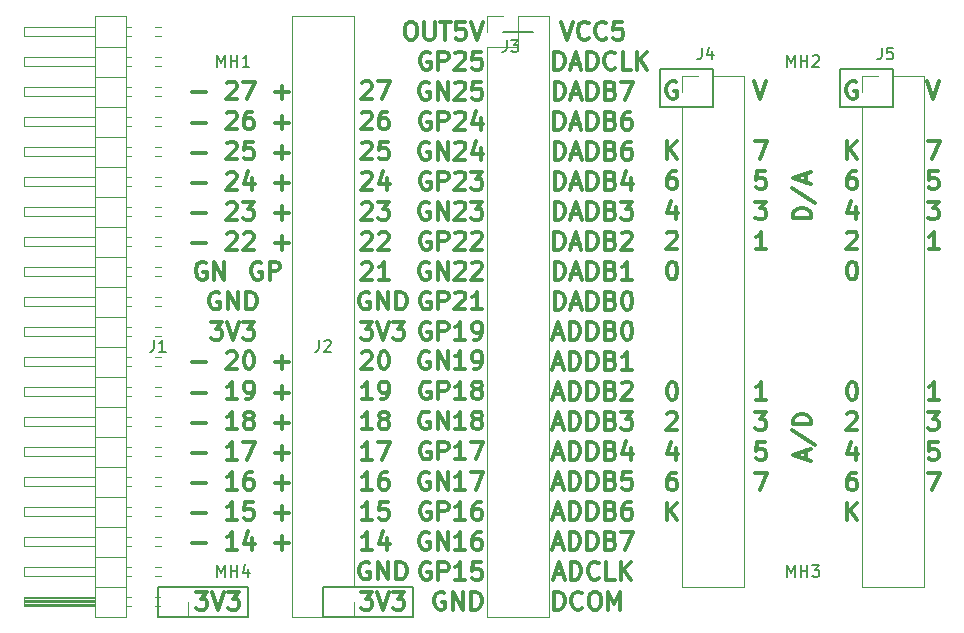
<source format=gbr>
G04 #@! TF.GenerationSoftware,KiCad,Pcbnew,(5.0.0)*
G04 #@! TF.CreationDate,2019-03-31T19:03:55-07:00*
G04 #@! TF.ProjectId,ulx3s_to_adda,756C7833735F746F5F616464612E6B69,rev?*
G04 #@! TF.SameCoordinates,Original*
G04 #@! TF.FileFunction,Legend,Top*
G04 #@! TF.FilePolarity,Positive*
%FSLAX46Y46*%
G04 Gerber Fmt 4.6, Leading zero omitted, Abs format (unit mm)*
G04 Created by KiCad (PCBNEW (5.0.0)) date 03/31/19 19:03:55*
%MOMM*%
%LPD*%
G01*
G04 APERTURE LIST*
%ADD10C,0.200000*%
%ADD11C,0.300000*%
%ADD12C,0.120000*%
%ADD13C,0.150000*%
G04 APERTURE END LIST*
D10*
X165100000Y-86995000D02*
X165100000Y-88265000D01*
X160655000Y-86995000D02*
X165100000Y-86995000D01*
X160655000Y-90170000D02*
X160655000Y-86995000D01*
X165100000Y-90170000D02*
X160655000Y-90170000D01*
X165100000Y-87630000D02*
X165100000Y-90170000D01*
X175895000Y-86995000D02*
X180340000Y-86995000D01*
X175895000Y-90170000D02*
X175895000Y-86995000D01*
X180340000Y-90170000D02*
X175895000Y-90170000D01*
X180340000Y-86995000D02*
X180340000Y-90170000D01*
X125730000Y-130810000D02*
X118110000Y-130810000D01*
X125730000Y-133350000D02*
X125730000Y-130810000D01*
X118110000Y-133350000D02*
X125730000Y-133350000D01*
X118110000Y-130810000D02*
X118110000Y-133350000D01*
D11*
X121332857Y-131258571D02*
X122261428Y-131258571D01*
X121761428Y-131830000D01*
X121975714Y-131830000D01*
X122118571Y-131901428D01*
X122190000Y-131972857D01*
X122261428Y-132115714D01*
X122261428Y-132472857D01*
X122190000Y-132615714D01*
X122118571Y-132687142D01*
X121975714Y-132758571D01*
X121547142Y-132758571D01*
X121404285Y-132687142D01*
X121332857Y-132615714D01*
X122690000Y-131258571D02*
X123190000Y-132758571D01*
X123690000Y-131258571D01*
X124047142Y-131258571D02*
X124975714Y-131258571D01*
X124475714Y-131830000D01*
X124690000Y-131830000D01*
X124832857Y-131901428D01*
X124904285Y-131972857D01*
X124975714Y-132115714D01*
X124975714Y-132472857D01*
X124904285Y-132615714D01*
X124832857Y-132687142D01*
X124690000Y-132758571D01*
X124261428Y-132758571D01*
X124118571Y-132687142D01*
X124047142Y-132615714D01*
D10*
X132080000Y-131445000D02*
X132080000Y-130810000D01*
X132080000Y-133350000D02*
X132080000Y-131445000D01*
X139700000Y-133350000D02*
X132080000Y-133350000D01*
X139700000Y-130810000D02*
X139700000Y-133350000D01*
X132080000Y-130810000D02*
X139700000Y-130810000D01*
D11*
X121023571Y-88982142D02*
X122166428Y-88982142D01*
X123952142Y-88196428D02*
X124023571Y-88125000D01*
X124166428Y-88053571D01*
X124523571Y-88053571D01*
X124666428Y-88125000D01*
X124737857Y-88196428D01*
X124809285Y-88339285D01*
X124809285Y-88482142D01*
X124737857Y-88696428D01*
X123880714Y-89553571D01*
X124809285Y-89553571D01*
X125309285Y-88053571D02*
X126309285Y-88053571D01*
X125666428Y-89553571D01*
X128023571Y-88982142D02*
X129166428Y-88982142D01*
X128595000Y-89553571D02*
X128595000Y-88410714D01*
X121023571Y-91532142D02*
X122166428Y-91532142D01*
X123952142Y-90746428D02*
X124023571Y-90675000D01*
X124166428Y-90603571D01*
X124523571Y-90603571D01*
X124666428Y-90675000D01*
X124737857Y-90746428D01*
X124809285Y-90889285D01*
X124809285Y-91032142D01*
X124737857Y-91246428D01*
X123880714Y-92103571D01*
X124809285Y-92103571D01*
X126095000Y-90603571D02*
X125809285Y-90603571D01*
X125666428Y-90675000D01*
X125595000Y-90746428D01*
X125452142Y-90960714D01*
X125380714Y-91246428D01*
X125380714Y-91817857D01*
X125452142Y-91960714D01*
X125523571Y-92032142D01*
X125666428Y-92103571D01*
X125952142Y-92103571D01*
X126095000Y-92032142D01*
X126166428Y-91960714D01*
X126237857Y-91817857D01*
X126237857Y-91460714D01*
X126166428Y-91317857D01*
X126095000Y-91246428D01*
X125952142Y-91175000D01*
X125666428Y-91175000D01*
X125523571Y-91246428D01*
X125452142Y-91317857D01*
X125380714Y-91460714D01*
X128023571Y-91532142D02*
X129166428Y-91532142D01*
X128595000Y-92103571D02*
X128595000Y-90960714D01*
X121023571Y-94082142D02*
X122166428Y-94082142D01*
X123952142Y-93296428D02*
X124023571Y-93225000D01*
X124166428Y-93153571D01*
X124523571Y-93153571D01*
X124666428Y-93225000D01*
X124737857Y-93296428D01*
X124809285Y-93439285D01*
X124809285Y-93582142D01*
X124737857Y-93796428D01*
X123880714Y-94653571D01*
X124809285Y-94653571D01*
X126166428Y-93153571D02*
X125452142Y-93153571D01*
X125380714Y-93867857D01*
X125452142Y-93796428D01*
X125595000Y-93725000D01*
X125952142Y-93725000D01*
X126095000Y-93796428D01*
X126166428Y-93867857D01*
X126237857Y-94010714D01*
X126237857Y-94367857D01*
X126166428Y-94510714D01*
X126095000Y-94582142D01*
X125952142Y-94653571D01*
X125595000Y-94653571D01*
X125452142Y-94582142D01*
X125380714Y-94510714D01*
X128023571Y-94082142D02*
X129166428Y-94082142D01*
X128595000Y-94653571D02*
X128595000Y-93510714D01*
X121023571Y-96632142D02*
X122166428Y-96632142D01*
X123952142Y-95846428D02*
X124023571Y-95775000D01*
X124166428Y-95703571D01*
X124523571Y-95703571D01*
X124666428Y-95775000D01*
X124737857Y-95846428D01*
X124809285Y-95989285D01*
X124809285Y-96132142D01*
X124737857Y-96346428D01*
X123880714Y-97203571D01*
X124809285Y-97203571D01*
X126095000Y-96203571D02*
X126095000Y-97203571D01*
X125737857Y-95632142D02*
X125380714Y-96703571D01*
X126309285Y-96703571D01*
X128023571Y-96632142D02*
X129166428Y-96632142D01*
X128595000Y-97203571D02*
X128595000Y-96060714D01*
X121023571Y-99182142D02*
X122166428Y-99182142D01*
X123952142Y-98396428D02*
X124023571Y-98325000D01*
X124166428Y-98253571D01*
X124523571Y-98253571D01*
X124666428Y-98325000D01*
X124737857Y-98396428D01*
X124809285Y-98539285D01*
X124809285Y-98682142D01*
X124737857Y-98896428D01*
X123880714Y-99753571D01*
X124809285Y-99753571D01*
X125309285Y-98253571D02*
X126237857Y-98253571D01*
X125737857Y-98825000D01*
X125952142Y-98825000D01*
X126095000Y-98896428D01*
X126166428Y-98967857D01*
X126237857Y-99110714D01*
X126237857Y-99467857D01*
X126166428Y-99610714D01*
X126095000Y-99682142D01*
X125952142Y-99753571D01*
X125523571Y-99753571D01*
X125380714Y-99682142D01*
X125309285Y-99610714D01*
X128023571Y-99182142D02*
X129166428Y-99182142D01*
X128595000Y-99753571D02*
X128595000Y-98610714D01*
X121023571Y-101732142D02*
X122166428Y-101732142D01*
X123952142Y-100946428D02*
X124023571Y-100875000D01*
X124166428Y-100803571D01*
X124523571Y-100803571D01*
X124666428Y-100875000D01*
X124737857Y-100946428D01*
X124809285Y-101089285D01*
X124809285Y-101232142D01*
X124737857Y-101446428D01*
X123880714Y-102303571D01*
X124809285Y-102303571D01*
X125380714Y-100946428D02*
X125452142Y-100875000D01*
X125595000Y-100803571D01*
X125952142Y-100803571D01*
X126095000Y-100875000D01*
X126166428Y-100946428D01*
X126237857Y-101089285D01*
X126237857Y-101232142D01*
X126166428Y-101446428D01*
X125309285Y-102303571D01*
X126237857Y-102303571D01*
X128023571Y-101732142D02*
X129166428Y-101732142D01*
X128595000Y-102303571D02*
X128595000Y-101160714D01*
X121023571Y-111837142D02*
X122166428Y-111837142D01*
X123952142Y-111051428D02*
X124023571Y-110980000D01*
X124166428Y-110908571D01*
X124523571Y-110908571D01*
X124666428Y-110980000D01*
X124737857Y-111051428D01*
X124809285Y-111194285D01*
X124809285Y-111337142D01*
X124737857Y-111551428D01*
X123880714Y-112408571D01*
X124809285Y-112408571D01*
X125737857Y-110908571D02*
X125880714Y-110908571D01*
X126023571Y-110980000D01*
X126095000Y-111051428D01*
X126166428Y-111194285D01*
X126237857Y-111480000D01*
X126237857Y-111837142D01*
X126166428Y-112122857D01*
X126095000Y-112265714D01*
X126023571Y-112337142D01*
X125880714Y-112408571D01*
X125737857Y-112408571D01*
X125595000Y-112337142D01*
X125523571Y-112265714D01*
X125452142Y-112122857D01*
X125380714Y-111837142D01*
X125380714Y-111480000D01*
X125452142Y-111194285D01*
X125523571Y-111051428D01*
X125595000Y-110980000D01*
X125737857Y-110908571D01*
X128023571Y-111837142D02*
X129166428Y-111837142D01*
X128595000Y-112408571D02*
X128595000Y-111265714D01*
X121023571Y-114387142D02*
X122166428Y-114387142D01*
X124809285Y-114958571D02*
X123952142Y-114958571D01*
X124380714Y-114958571D02*
X124380714Y-113458571D01*
X124237857Y-113672857D01*
X124095000Y-113815714D01*
X123952142Y-113887142D01*
X125523571Y-114958571D02*
X125809285Y-114958571D01*
X125952142Y-114887142D01*
X126023571Y-114815714D01*
X126166428Y-114601428D01*
X126237857Y-114315714D01*
X126237857Y-113744285D01*
X126166428Y-113601428D01*
X126095000Y-113530000D01*
X125952142Y-113458571D01*
X125666428Y-113458571D01*
X125523571Y-113530000D01*
X125452142Y-113601428D01*
X125380714Y-113744285D01*
X125380714Y-114101428D01*
X125452142Y-114244285D01*
X125523571Y-114315714D01*
X125666428Y-114387142D01*
X125952142Y-114387142D01*
X126095000Y-114315714D01*
X126166428Y-114244285D01*
X126237857Y-114101428D01*
X128023571Y-114387142D02*
X129166428Y-114387142D01*
X128595000Y-114958571D02*
X128595000Y-113815714D01*
X121023571Y-116937142D02*
X122166428Y-116937142D01*
X124809285Y-117508571D02*
X123952142Y-117508571D01*
X124380714Y-117508571D02*
X124380714Y-116008571D01*
X124237857Y-116222857D01*
X124095000Y-116365714D01*
X123952142Y-116437142D01*
X125666428Y-116651428D02*
X125523571Y-116580000D01*
X125452142Y-116508571D01*
X125380714Y-116365714D01*
X125380714Y-116294285D01*
X125452142Y-116151428D01*
X125523571Y-116080000D01*
X125666428Y-116008571D01*
X125952142Y-116008571D01*
X126095000Y-116080000D01*
X126166428Y-116151428D01*
X126237857Y-116294285D01*
X126237857Y-116365714D01*
X126166428Y-116508571D01*
X126095000Y-116580000D01*
X125952142Y-116651428D01*
X125666428Y-116651428D01*
X125523571Y-116722857D01*
X125452142Y-116794285D01*
X125380714Y-116937142D01*
X125380714Y-117222857D01*
X125452142Y-117365714D01*
X125523571Y-117437142D01*
X125666428Y-117508571D01*
X125952142Y-117508571D01*
X126095000Y-117437142D01*
X126166428Y-117365714D01*
X126237857Y-117222857D01*
X126237857Y-116937142D01*
X126166428Y-116794285D01*
X126095000Y-116722857D01*
X125952142Y-116651428D01*
X128023571Y-116937142D02*
X129166428Y-116937142D01*
X128595000Y-117508571D02*
X128595000Y-116365714D01*
X121023571Y-119487142D02*
X122166428Y-119487142D01*
X124809285Y-120058571D02*
X123952142Y-120058571D01*
X124380714Y-120058571D02*
X124380714Y-118558571D01*
X124237857Y-118772857D01*
X124095000Y-118915714D01*
X123952142Y-118987142D01*
X125309285Y-118558571D02*
X126309285Y-118558571D01*
X125666428Y-120058571D01*
X128023571Y-119487142D02*
X129166428Y-119487142D01*
X128595000Y-120058571D02*
X128595000Y-118915714D01*
X121023571Y-122037142D02*
X122166428Y-122037142D01*
X124809285Y-122608571D02*
X123952142Y-122608571D01*
X124380714Y-122608571D02*
X124380714Y-121108571D01*
X124237857Y-121322857D01*
X124095000Y-121465714D01*
X123952142Y-121537142D01*
X126095000Y-121108571D02*
X125809285Y-121108571D01*
X125666428Y-121180000D01*
X125595000Y-121251428D01*
X125452142Y-121465714D01*
X125380714Y-121751428D01*
X125380714Y-122322857D01*
X125452142Y-122465714D01*
X125523571Y-122537142D01*
X125666428Y-122608571D01*
X125952142Y-122608571D01*
X126095000Y-122537142D01*
X126166428Y-122465714D01*
X126237857Y-122322857D01*
X126237857Y-121965714D01*
X126166428Y-121822857D01*
X126095000Y-121751428D01*
X125952142Y-121680000D01*
X125666428Y-121680000D01*
X125523571Y-121751428D01*
X125452142Y-121822857D01*
X125380714Y-121965714D01*
X128023571Y-122037142D02*
X129166428Y-122037142D01*
X128595000Y-122608571D02*
X128595000Y-121465714D01*
X121023571Y-124587142D02*
X122166428Y-124587142D01*
X124809285Y-125158571D02*
X123952142Y-125158571D01*
X124380714Y-125158571D02*
X124380714Y-123658571D01*
X124237857Y-123872857D01*
X124095000Y-124015714D01*
X123952142Y-124087142D01*
X126166428Y-123658571D02*
X125452142Y-123658571D01*
X125380714Y-124372857D01*
X125452142Y-124301428D01*
X125595000Y-124230000D01*
X125952142Y-124230000D01*
X126095000Y-124301428D01*
X126166428Y-124372857D01*
X126237857Y-124515714D01*
X126237857Y-124872857D01*
X126166428Y-125015714D01*
X126095000Y-125087142D01*
X125952142Y-125158571D01*
X125595000Y-125158571D01*
X125452142Y-125087142D01*
X125380714Y-125015714D01*
X128023571Y-124587142D02*
X129166428Y-124587142D01*
X128595000Y-125158571D02*
X128595000Y-124015714D01*
X121023571Y-127137142D02*
X122166428Y-127137142D01*
X124809285Y-127708571D02*
X123952142Y-127708571D01*
X124380714Y-127708571D02*
X124380714Y-126208571D01*
X124237857Y-126422857D01*
X124095000Y-126565714D01*
X123952142Y-126637142D01*
X126095000Y-126708571D02*
X126095000Y-127708571D01*
X125737857Y-126137142D02*
X125380714Y-127208571D01*
X126309285Y-127208571D01*
X128023571Y-127137142D02*
X129166428Y-127137142D01*
X128595000Y-127708571D02*
X128595000Y-126565714D01*
X122162142Y-103390000D02*
X122019285Y-103318571D01*
X121805000Y-103318571D01*
X121590714Y-103390000D01*
X121447857Y-103532857D01*
X121376428Y-103675714D01*
X121305000Y-103961428D01*
X121305000Y-104175714D01*
X121376428Y-104461428D01*
X121447857Y-104604285D01*
X121590714Y-104747142D01*
X121805000Y-104818571D01*
X121947857Y-104818571D01*
X122162142Y-104747142D01*
X122233571Y-104675714D01*
X122233571Y-104175714D01*
X121947857Y-104175714D01*
X122876428Y-104818571D02*
X122876428Y-103318571D01*
X123733571Y-104818571D01*
X123733571Y-103318571D01*
X126852857Y-103390000D02*
X126710000Y-103318571D01*
X126495714Y-103318571D01*
X126281428Y-103390000D01*
X126138571Y-103532857D01*
X126067142Y-103675714D01*
X125995714Y-103961428D01*
X125995714Y-104175714D01*
X126067142Y-104461428D01*
X126138571Y-104604285D01*
X126281428Y-104747142D01*
X126495714Y-104818571D01*
X126638571Y-104818571D01*
X126852857Y-104747142D01*
X126924285Y-104675714D01*
X126924285Y-104175714D01*
X126638571Y-104175714D01*
X127567142Y-104818571D02*
X127567142Y-103318571D01*
X128138571Y-103318571D01*
X128281428Y-103390000D01*
X128352857Y-103461428D01*
X128424285Y-103604285D01*
X128424285Y-103818571D01*
X128352857Y-103961428D01*
X128281428Y-104032857D01*
X128138571Y-104104285D01*
X127567142Y-104104285D01*
X173398571Y-99611428D02*
X171898571Y-99611428D01*
X171898571Y-99254285D01*
X171970000Y-99040000D01*
X172112857Y-98897142D01*
X172255714Y-98825714D01*
X172541428Y-98754285D01*
X172755714Y-98754285D01*
X173041428Y-98825714D01*
X173184285Y-98897142D01*
X173327142Y-99040000D01*
X173398571Y-99254285D01*
X173398571Y-99611428D01*
X171827142Y-97040000D02*
X173755714Y-98325714D01*
X172970000Y-96611428D02*
X172970000Y-95897142D01*
X173398571Y-96754285D02*
X171898571Y-96254285D01*
X173398571Y-95754285D01*
X172970000Y-120002857D02*
X172970000Y-119288571D01*
X173398571Y-120145714D02*
X171898571Y-119645714D01*
X173398571Y-119145714D01*
X171827142Y-117574285D02*
X173755714Y-118860000D01*
X173398571Y-117074285D02*
X171898571Y-117074285D01*
X171898571Y-116717142D01*
X171970000Y-116502857D01*
X172112857Y-116360000D01*
X172255714Y-116288571D01*
X172541428Y-116217142D01*
X172755714Y-116217142D01*
X173041428Y-116288571D01*
X173184285Y-116360000D01*
X173327142Y-116502857D01*
X173398571Y-116717142D01*
X173398571Y-117074285D01*
X183217857Y-88013571D02*
X183717857Y-89513571D01*
X184217857Y-88013571D01*
X183289285Y-93113571D02*
X184289285Y-93113571D01*
X183646428Y-94613571D01*
X184146428Y-95663571D02*
X183432142Y-95663571D01*
X183360714Y-96377857D01*
X183432142Y-96306428D01*
X183575000Y-96235000D01*
X183932142Y-96235000D01*
X184075000Y-96306428D01*
X184146428Y-96377857D01*
X184217857Y-96520714D01*
X184217857Y-96877857D01*
X184146428Y-97020714D01*
X184075000Y-97092142D01*
X183932142Y-97163571D01*
X183575000Y-97163571D01*
X183432142Y-97092142D01*
X183360714Y-97020714D01*
X183289285Y-98213571D02*
X184217857Y-98213571D01*
X183717857Y-98785000D01*
X183932142Y-98785000D01*
X184075000Y-98856428D01*
X184146428Y-98927857D01*
X184217857Y-99070714D01*
X184217857Y-99427857D01*
X184146428Y-99570714D01*
X184075000Y-99642142D01*
X183932142Y-99713571D01*
X183503571Y-99713571D01*
X183360714Y-99642142D01*
X183289285Y-99570714D01*
X184217857Y-102263571D02*
X183360714Y-102263571D01*
X183789285Y-102263571D02*
X183789285Y-100763571D01*
X183646428Y-100977857D01*
X183503571Y-101120714D01*
X183360714Y-101192142D01*
X184217857Y-115013571D02*
X183360714Y-115013571D01*
X183789285Y-115013571D02*
X183789285Y-113513571D01*
X183646428Y-113727857D01*
X183503571Y-113870714D01*
X183360714Y-113942142D01*
X183289285Y-116063571D02*
X184217857Y-116063571D01*
X183717857Y-116635000D01*
X183932142Y-116635000D01*
X184075000Y-116706428D01*
X184146428Y-116777857D01*
X184217857Y-116920714D01*
X184217857Y-117277857D01*
X184146428Y-117420714D01*
X184075000Y-117492142D01*
X183932142Y-117563571D01*
X183503571Y-117563571D01*
X183360714Y-117492142D01*
X183289285Y-117420714D01*
X184146428Y-118613571D02*
X183432142Y-118613571D01*
X183360714Y-119327857D01*
X183432142Y-119256428D01*
X183575000Y-119185000D01*
X183932142Y-119185000D01*
X184075000Y-119256428D01*
X184146428Y-119327857D01*
X184217857Y-119470714D01*
X184217857Y-119827857D01*
X184146428Y-119970714D01*
X184075000Y-120042142D01*
X183932142Y-120113571D01*
X183575000Y-120113571D01*
X183432142Y-120042142D01*
X183360714Y-119970714D01*
X183289285Y-121163571D02*
X184289285Y-121163571D01*
X183646428Y-122663571D01*
X168612857Y-88013571D02*
X169112857Y-89513571D01*
X169612857Y-88013571D01*
X168684285Y-93113571D02*
X169684285Y-93113571D01*
X169041428Y-94613571D01*
X169541428Y-95663571D02*
X168827142Y-95663571D01*
X168755714Y-96377857D01*
X168827142Y-96306428D01*
X168970000Y-96235000D01*
X169327142Y-96235000D01*
X169470000Y-96306428D01*
X169541428Y-96377857D01*
X169612857Y-96520714D01*
X169612857Y-96877857D01*
X169541428Y-97020714D01*
X169470000Y-97092142D01*
X169327142Y-97163571D01*
X168970000Y-97163571D01*
X168827142Y-97092142D01*
X168755714Y-97020714D01*
X168684285Y-98213571D02*
X169612857Y-98213571D01*
X169112857Y-98785000D01*
X169327142Y-98785000D01*
X169470000Y-98856428D01*
X169541428Y-98927857D01*
X169612857Y-99070714D01*
X169612857Y-99427857D01*
X169541428Y-99570714D01*
X169470000Y-99642142D01*
X169327142Y-99713571D01*
X168898571Y-99713571D01*
X168755714Y-99642142D01*
X168684285Y-99570714D01*
X169612857Y-102263571D02*
X168755714Y-102263571D01*
X169184285Y-102263571D02*
X169184285Y-100763571D01*
X169041428Y-100977857D01*
X168898571Y-101120714D01*
X168755714Y-101192142D01*
X169612857Y-115013571D02*
X168755714Y-115013571D01*
X169184285Y-115013571D02*
X169184285Y-113513571D01*
X169041428Y-113727857D01*
X168898571Y-113870714D01*
X168755714Y-113942142D01*
X168684285Y-116063571D02*
X169612857Y-116063571D01*
X169112857Y-116635000D01*
X169327142Y-116635000D01*
X169470000Y-116706428D01*
X169541428Y-116777857D01*
X169612857Y-116920714D01*
X169612857Y-117277857D01*
X169541428Y-117420714D01*
X169470000Y-117492142D01*
X169327142Y-117563571D01*
X168898571Y-117563571D01*
X168755714Y-117492142D01*
X168684285Y-117420714D01*
X169541428Y-118613571D02*
X168827142Y-118613571D01*
X168755714Y-119327857D01*
X168827142Y-119256428D01*
X168970000Y-119185000D01*
X169327142Y-119185000D01*
X169470000Y-119256428D01*
X169541428Y-119327857D01*
X169612857Y-119470714D01*
X169612857Y-119827857D01*
X169541428Y-119970714D01*
X169470000Y-120042142D01*
X169327142Y-120113571D01*
X168970000Y-120113571D01*
X168827142Y-120042142D01*
X168755714Y-119970714D01*
X168684285Y-121163571D02*
X169684285Y-121163571D01*
X169041428Y-122663571D01*
X177247857Y-88080000D02*
X177105000Y-88008571D01*
X176890714Y-88008571D01*
X176676428Y-88080000D01*
X176533571Y-88222857D01*
X176462142Y-88365714D01*
X176390714Y-88651428D01*
X176390714Y-88865714D01*
X176462142Y-89151428D01*
X176533571Y-89294285D01*
X176676428Y-89437142D01*
X176890714Y-89508571D01*
X177033571Y-89508571D01*
X177247857Y-89437142D01*
X177319285Y-89365714D01*
X177319285Y-88865714D01*
X177033571Y-88865714D01*
X176462142Y-94608571D02*
X176462142Y-93108571D01*
X177319285Y-94608571D02*
X176676428Y-93751428D01*
X177319285Y-93108571D02*
X176462142Y-93965714D01*
X177176428Y-95658571D02*
X176890714Y-95658571D01*
X176747857Y-95730000D01*
X176676428Y-95801428D01*
X176533571Y-96015714D01*
X176462142Y-96301428D01*
X176462142Y-96872857D01*
X176533571Y-97015714D01*
X176605000Y-97087142D01*
X176747857Y-97158571D01*
X177033571Y-97158571D01*
X177176428Y-97087142D01*
X177247857Y-97015714D01*
X177319285Y-96872857D01*
X177319285Y-96515714D01*
X177247857Y-96372857D01*
X177176428Y-96301428D01*
X177033571Y-96230000D01*
X176747857Y-96230000D01*
X176605000Y-96301428D01*
X176533571Y-96372857D01*
X176462142Y-96515714D01*
X177176428Y-98708571D02*
X177176428Y-99708571D01*
X176819285Y-98137142D02*
X176462142Y-99208571D01*
X177390714Y-99208571D01*
X176462142Y-100901428D02*
X176533571Y-100830000D01*
X176676428Y-100758571D01*
X177033571Y-100758571D01*
X177176428Y-100830000D01*
X177247857Y-100901428D01*
X177319285Y-101044285D01*
X177319285Y-101187142D01*
X177247857Y-101401428D01*
X176390714Y-102258571D01*
X177319285Y-102258571D01*
X176819285Y-103308571D02*
X176962142Y-103308571D01*
X177105000Y-103380000D01*
X177176428Y-103451428D01*
X177247857Y-103594285D01*
X177319285Y-103880000D01*
X177319285Y-104237142D01*
X177247857Y-104522857D01*
X177176428Y-104665714D01*
X177105000Y-104737142D01*
X176962142Y-104808571D01*
X176819285Y-104808571D01*
X176676428Y-104737142D01*
X176605000Y-104665714D01*
X176533571Y-104522857D01*
X176462142Y-104237142D01*
X176462142Y-103880000D01*
X176533571Y-103594285D01*
X176605000Y-103451428D01*
X176676428Y-103380000D01*
X176819285Y-103308571D01*
X176819285Y-113508571D02*
X176962142Y-113508571D01*
X177105000Y-113580000D01*
X177176428Y-113651428D01*
X177247857Y-113794285D01*
X177319285Y-114080000D01*
X177319285Y-114437142D01*
X177247857Y-114722857D01*
X177176428Y-114865714D01*
X177105000Y-114937142D01*
X176962142Y-115008571D01*
X176819285Y-115008571D01*
X176676428Y-114937142D01*
X176605000Y-114865714D01*
X176533571Y-114722857D01*
X176462142Y-114437142D01*
X176462142Y-114080000D01*
X176533571Y-113794285D01*
X176605000Y-113651428D01*
X176676428Y-113580000D01*
X176819285Y-113508571D01*
X176462142Y-116201428D02*
X176533571Y-116130000D01*
X176676428Y-116058571D01*
X177033571Y-116058571D01*
X177176428Y-116130000D01*
X177247857Y-116201428D01*
X177319285Y-116344285D01*
X177319285Y-116487142D01*
X177247857Y-116701428D01*
X176390714Y-117558571D01*
X177319285Y-117558571D01*
X177176428Y-119108571D02*
X177176428Y-120108571D01*
X176819285Y-118537142D02*
X176462142Y-119608571D01*
X177390714Y-119608571D01*
X177176428Y-121158571D02*
X176890714Y-121158571D01*
X176747857Y-121230000D01*
X176676428Y-121301428D01*
X176533571Y-121515714D01*
X176462142Y-121801428D01*
X176462142Y-122372857D01*
X176533571Y-122515714D01*
X176605000Y-122587142D01*
X176747857Y-122658571D01*
X177033571Y-122658571D01*
X177176428Y-122587142D01*
X177247857Y-122515714D01*
X177319285Y-122372857D01*
X177319285Y-122015714D01*
X177247857Y-121872857D01*
X177176428Y-121801428D01*
X177033571Y-121730000D01*
X176747857Y-121730000D01*
X176605000Y-121801428D01*
X176533571Y-121872857D01*
X176462142Y-122015714D01*
X176462142Y-125208571D02*
X176462142Y-123708571D01*
X177319285Y-125208571D02*
X176676428Y-124351428D01*
X177319285Y-123708571D02*
X176462142Y-124565714D01*
X162007857Y-88080000D02*
X161865000Y-88008571D01*
X161650714Y-88008571D01*
X161436428Y-88080000D01*
X161293571Y-88222857D01*
X161222142Y-88365714D01*
X161150714Y-88651428D01*
X161150714Y-88865714D01*
X161222142Y-89151428D01*
X161293571Y-89294285D01*
X161436428Y-89437142D01*
X161650714Y-89508571D01*
X161793571Y-89508571D01*
X162007857Y-89437142D01*
X162079285Y-89365714D01*
X162079285Y-88865714D01*
X161793571Y-88865714D01*
X161222142Y-94608571D02*
X161222142Y-93108571D01*
X162079285Y-94608571D02*
X161436428Y-93751428D01*
X162079285Y-93108571D02*
X161222142Y-93965714D01*
X161936428Y-95658571D02*
X161650714Y-95658571D01*
X161507857Y-95730000D01*
X161436428Y-95801428D01*
X161293571Y-96015714D01*
X161222142Y-96301428D01*
X161222142Y-96872857D01*
X161293571Y-97015714D01*
X161365000Y-97087142D01*
X161507857Y-97158571D01*
X161793571Y-97158571D01*
X161936428Y-97087142D01*
X162007857Y-97015714D01*
X162079285Y-96872857D01*
X162079285Y-96515714D01*
X162007857Y-96372857D01*
X161936428Y-96301428D01*
X161793571Y-96230000D01*
X161507857Y-96230000D01*
X161365000Y-96301428D01*
X161293571Y-96372857D01*
X161222142Y-96515714D01*
X161936428Y-98708571D02*
X161936428Y-99708571D01*
X161579285Y-98137142D02*
X161222142Y-99208571D01*
X162150714Y-99208571D01*
X161222142Y-100901428D02*
X161293571Y-100830000D01*
X161436428Y-100758571D01*
X161793571Y-100758571D01*
X161936428Y-100830000D01*
X162007857Y-100901428D01*
X162079285Y-101044285D01*
X162079285Y-101187142D01*
X162007857Y-101401428D01*
X161150714Y-102258571D01*
X162079285Y-102258571D01*
X161579285Y-103308571D02*
X161722142Y-103308571D01*
X161865000Y-103380000D01*
X161936428Y-103451428D01*
X162007857Y-103594285D01*
X162079285Y-103880000D01*
X162079285Y-104237142D01*
X162007857Y-104522857D01*
X161936428Y-104665714D01*
X161865000Y-104737142D01*
X161722142Y-104808571D01*
X161579285Y-104808571D01*
X161436428Y-104737142D01*
X161365000Y-104665714D01*
X161293571Y-104522857D01*
X161222142Y-104237142D01*
X161222142Y-103880000D01*
X161293571Y-103594285D01*
X161365000Y-103451428D01*
X161436428Y-103380000D01*
X161579285Y-103308571D01*
X161579285Y-113508571D02*
X161722142Y-113508571D01*
X161865000Y-113580000D01*
X161936428Y-113651428D01*
X162007857Y-113794285D01*
X162079285Y-114080000D01*
X162079285Y-114437142D01*
X162007857Y-114722857D01*
X161936428Y-114865714D01*
X161865000Y-114937142D01*
X161722142Y-115008571D01*
X161579285Y-115008571D01*
X161436428Y-114937142D01*
X161365000Y-114865714D01*
X161293571Y-114722857D01*
X161222142Y-114437142D01*
X161222142Y-114080000D01*
X161293571Y-113794285D01*
X161365000Y-113651428D01*
X161436428Y-113580000D01*
X161579285Y-113508571D01*
X161222142Y-116201428D02*
X161293571Y-116130000D01*
X161436428Y-116058571D01*
X161793571Y-116058571D01*
X161936428Y-116130000D01*
X162007857Y-116201428D01*
X162079285Y-116344285D01*
X162079285Y-116487142D01*
X162007857Y-116701428D01*
X161150714Y-117558571D01*
X162079285Y-117558571D01*
X161936428Y-119108571D02*
X161936428Y-120108571D01*
X161579285Y-118537142D02*
X161222142Y-119608571D01*
X162150714Y-119608571D01*
X161936428Y-121158571D02*
X161650714Y-121158571D01*
X161507857Y-121230000D01*
X161436428Y-121301428D01*
X161293571Y-121515714D01*
X161222142Y-121801428D01*
X161222142Y-122372857D01*
X161293571Y-122515714D01*
X161365000Y-122587142D01*
X161507857Y-122658571D01*
X161793571Y-122658571D01*
X161936428Y-122587142D01*
X162007857Y-122515714D01*
X162079285Y-122372857D01*
X162079285Y-122015714D01*
X162007857Y-121872857D01*
X161936428Y-121801428D01*
X161793571Y-121730000D01*
X161507857Y-121730000D01*
X161365000Y-121801428D01*
X161293571Y-121872857D01*
X161222142Y-122015714D01*
X161222142Y-125208571D02*
X161222142Y-123708571D01*
X162079285Y-125208571D02*
X161436428Y-124351428D01*
X162079285Y-123708571D02*
X161222142Y-124565714D01*
X123317142Y-105925000D02*
X123174285Y-105853571D01*
X122960000Y-105853571D01*
X122745714Y-105925000D01*
X122602857Y-106067857D01*
X122531428Y-106210714D01*
X122460000Y-106496428D01*
X122460000Y-106710714D01*
X122531428Y-106996428D01*
X122602857Y-107139285D01*
X122745714Y-107282142D01*
X122960000Y-107353571D01*
X123102857Y-107353571D01*
X123317142Y-107282142D01*
X123388571Y-107210714D01*
X123388571Y-106710714D01*
X123102857Y-106710714D01*
X124031428Y-107353571D02*
X124031428Y-105853571D01*
X124888571Y-107353571D01*
X124888571Y-105853571D01*
X125602857Y-107353571D02*
X125602857Y-105853571D01*
X125960000Y-105853571D01*
X126174285Y-105925000D01*
X126317142Y-106067857D01*
X126388571Y-106210714D01*
X126460000Y-106496428D01*
X126460000Y-106710714D01*
X126388571Y-106996428D01*
X126317142Y-107139285D01*
X126174285Y-107282142D01*
X125960000Y-107353571D01*
X125602857Y-107353571D01*
X122602857Y-108403571D02*
X123531428Y-108403571D01*
X123031428Y-108975000D01*
X123245714Y-108975000D01*
X123388571Y-109046428D01*
X123460000Y-109117857D01*
X123531428Y-109260714D01*
X123531428Y-109617857D01*
X123460000Y-109760714D01*
X123388571Y-109832142D01*
X123245714Y-109903571D01*
X122817142Y-109903571D01*
X122674285Y-109832142D01*
X122602857Y-109760714D01*
X123960000Y-108403571D02*
X124460000Y-109903571D01*
X124960000Y-108403571D01*
X125317142Y-108403571D02*
X126245714Y-108403571D01*
X125745714Y-108975000D01*
X125960000Y-108975000D01*
X126102857Y-109046428D01*
X126174285Y-109117857D01*
X126245714Y-109260714D01*
X126245714Y-109617857D01*
X126174285Y-109760714D01*
X126102857Y-109832142D01*
X125960000Y-109903571D01*
X125531428Y-109903571D01*
X125388571Y-109832142D01*
X125317142Y-109760714D01*
X136017142Y-128785000D02*
X135874285Y-128713571D01*
X135660000Y-128713571D01*
X135445714Y-128785000D01*
X135302857Y-128927857D01*
X135231428Y-129070714D01*
X135160000Y-129356428D01*
X135160000Y-129570714D01*
X135231428Y-129856428D01*
X135302857Y-129999285D01*
X135445714Y-130142142D01*
X135660000Y-130213571D01*
X135802857Y-130213571D01*
X136017142Y-130142142D01*
X136088571Y-130070714D01*
X136088571Y-129570714D01*
X135802857Y-129570714D01*
X136731428Y-130213571D02*
X136731428Y-128713571D01*
X137588571Y-130213571D01*
X137588571Y-128713571D01*
X138302857Y-130213571D02*
X138302857Y-128713571D01*
X138660000Y-128713571D01*
X138874285Y-128785000D01*
X139017142Y-128927857D01*
X139088571Y-129070714D01*
X139160000Y-129356428D01*
X139160000Y-129570714D01*
X139088571Y-129856428D01*
X139017142Y-129999285D01*
X138874285Y-130142142D01*
X138660000Y-130213571D01*
X138302857Y-130213571D01*
X135302857Y-131263571D02*
X136231428Y-131263571D01*
X135731428Y-131835000D01*
X135945714Y-131835000D01*
X136088571Y-131906428D01*
X136160000Y-131977857D01*
X136231428Y-132120714D01*
X136231428Y-132477857D01*
X136160000Y-132620714D01*
X136088571Y-132692142D01*
X135945714Y-132763571D01*
X135517142Y-132763571D01*
X135374285Y-132692142D01*
X135302857Y-132620714D01*
X136660000Y-131263571D02*
X137160000Y-132763571D01*
X137660000Y-131263571D01*
X138017142Y-131263571D02*
X138945714Y-131263571D01*
X138445714Y-131835000D01*
X138660000Y-131835000D01*
X138802857Y-131906428D01*
X138874285Y-131977857D01*
X138945714Y-132120714D01*
X138945714Y-132477857D01*
X138874285Y-132620714D01*
X138802857Y-132692142D01*
X138660000Y-132763571D01*
X138231428Y-132763571D01*
X138088571Y-132692142D01*
X138017142Y-132620714D01*
X136017142Y-105925000D02*
X135874285Y-105853571D01*
X135660000Y-105853571D01*
X135445714Y-105925000D01*
X135302857Y-106067857D01*
X135231428Y-106210714D01*
X135160000Y-106496428D01*
X135160000Y-106710714D01*
X135231428Y-106996428D01*
X135302857Y-107139285D01*
X135445714Y-107282142D01*
X135660000Y-107353571D01*
X135802857Y-107353571D01*
X136017142Y-107282142D01*
X136088571Y-107210714D01*
X136088571Y-106710714D01*
X135802857Y-106710714D01*
X136731428Y-107353571D02*
X136731428Y-105853571D01*
X137588571Y-107353571D01*
X137588571Y-105853571D01*
X138302857Y-107353571D02*
X138302857Y-105853571D01*
X138660000Y-105853571D01*
X138874285Y-105925000D01*
X139017142Y-106067857D01*
X139088571Y-106210714D01*
X139160000Y-106496428D01*
X139160000Y-106710714D01*
X139088571Y-106996428D01*
X139017142Y-107139285D01*
X138874285Y-107282142D01*
X138660000Y-107353571D01*
X138302857Y-107353571D01*
X135302857Y-108403571D02*
X136231428Y-108403571D01*
X135731428Y-108975000D01*
X135945714Y-108975000D01*
X136088571Y-109046428D01*
X136160000Y-109117857D01*
X136231428Y-109260714D01*
X136231428Y-109617857D01*
X136160000Y-109760714D01*
X136088571Y-109832142D01*
X135945714Y-109903571D01*
X135517142Y-109903571D01*
X135374285Y-109832142D01*
X135302857Y-109760714D01*
X136660000Y-108403571D02*
X137160000Y-109903571D01*
X137660000Y-108403571D01*
X138017142Y-108403571D02*
X138945714Y-108403571D01*
X138445714Y-108975000D01*
X138660000Y-108975000D01*
X138802857Y-109046428D01*
X138874285Y-109117857D01*
X138945714Y-109260714D01*
X138945714Y-109617857D01*
X138874285Y-109760714D01*
X138802857Y-109832142D01*
X138660000Y-109903571D01*
X138231428Y-109903571D01*
X138088571Y-109832142D01*
X138017142Y-109760714D01*
X135382142Y-111051428D02*
X135453571Y-110980000D01*
X135596428Y-110908571D01*
X135953571Y-110908571D01*
X136096428Y-110980000D01*
X136167857Y-111051428D01*
X136239285Y-111194285D01*
X136239285Y-111337142D01*
X136167857Y-111551428D01*
X135310714Y-112408571D01*
X136239285Y-112408571D01*
X137167857Y-110908571D02*
X137310714Y-110908571D01*
X137453571Y-110980000D01*
X137525000Y-111051428D01*
X137596428Y-111194285D01*
X137667857Y-111480000D01*
X137667857Y-111837142D01*
X137596428Y-112122857D01*
X137525000Y-112265714D01*
X137453571Y-112337142D01*
X137310714Y-112408571D01*
X137167857Y-112408571D01*
X137025000Y-112337142D01*
X136953571Y-112265714D01*
X136882142Y-112122857D01*
X136810714Y-111837142D01*
X136810714Y-111480000D01*
X136882142Y-111194285D01*
X136953571Y-111051428D01*
X137025000Y-110980000D01*
X137167857Y-110908571D01*
X136239285Y-114958571D02*
X135382142Y-114958571D01*
X135810714Y-114958571D02*
X135810714Y-113458571D01*
X135667857Y-113672857D01*
X135525000Y-113815714D01*
X135382142Y-113887142D01*
X136953571Y-114958571D02*
X137239285Y-114958571D01*
X137382142Y-114887142D01*
X137453571Y-114815714D01*
X137596428Y-114601428D01*
X137667857Y-114315714D01*
X137667857Y-113744285D01*
X137596428Y-113601428D01*
X137525000Y-113530000D01*
X137382142Y-113458571D01*
X137096428Y-113458571D01*
X136953571Y-113530000D01*
X136882142Y-113601428D01*
X136810714Y-113744285D01*
X136810714Y-114101428D01*
X136882142Y-114244285D01*
X136953571Y-114315714D01*
X137096428Y-114387142D01*
X137382142Y-114387142D01*
X137525000Y-114315714D01*
X137596428Y-114244285D01*
X137667857Y-114101428D01*
X136239285Y-117508571D02*
X135382142Y-117508571D01*
X135810714Y-117508571D02*
X135810714Y-116008571D01*
X135667857Y-116222857D01*
X135525000Y-116365714D01*
X135382142Y-116437142D01*
X137096428Y-116651428D02*
X136953571Y-116580000D01*
X136882142Y-116508571D01*
X136810714Y-116365714D01*
X136810714Y-116294285D01*
X136882142Y-116151428D01*
X136953571Y-116080000D01*
X137096428Y-116008571D01*
X137382142Y-116008571D01*
X137525000Y-116080000D01*
X137596428Y-116151428D01*
X137667857Y-116294285D01*
X137667857Y-116365714D01*
X137596428Y-116508571D01*
X137525000Y-116580000D01*
X137382142Y-116651428D01*
X137096428Y-116651428D01*
X136953571Y-116722857D01*
X136882142Y-116794285D01*
X136810714Y-116937142D01*
X136810714Y-117222857D01*
X136882142Y-117365714D01*
X136953571Y-117437142D01*
X137096428Y-117508571D01*
X137382142Y-117508571D01*
X137525000Y-117437142D01*
X137596428Y-117365714D01*
X137667857Y-117222857D01*
X137667857Y-116937142D01*
X137596428Y-116794285D01*
X137525000Y-116722857D01*
X137382142Y-116651428D01*
X136239285Y-120058571D02*
X135382142Y-120058571D01*
X135810714Y-120058571D02*
X135810714Y-118558571D01*
X135667857Y-118772857D01*
X135525000Y-118915714D01*
X135382142Y-118987142D01*
X136739285Y-118558571D02*
X137739285Y-118558571D01*
X137096428Y-120058571D01*
X136239285Y-122608571D02*
X135382142Y-122608571D01*
X135810714Y-122608571D02*
X135810714Y-121108571D01*
X135667857Y-121322857D01*
X135525000Y-121465714D01*
X135382142Y-121537142D01*
X137525000Y-121108571D02*
X137239285Y-121108571D01*
X137096428Y-121180000D01*
X137025000Y-121251428D01*
X136882142Y-121465714D01*
X136810714Y-121751428D01*
X136810714Y-122322857D01*
X136882142Y-122465714D01*
X136953571Y-122537142D01*
X137096428Y-122608571D01*
X137382142Y-122608571D01*
X137525000Y-122537142D01*
X137596428Y-122465714D01*
X137667857Y-122322857D01*
X137667857Y-121965714D01*
X137596428Y-121822857D01*
X137525000Y-121751428D01*
X137382142Y-121680000D01*
X137096428Y-121680000D01*
X136953571Y-121751428D01*
X136882142Y-121822857D01*
X136810714Y-121965714D01*
X136239285Y-125158571D02*
X135382142Y-125158571D01*
X135810714Y-125158571D02*
X135810714Y-123658571D01*
X135667857Y-123872857D01*
X135525000Y-124015714D01*
X135382142Y-124087142D01*
X137596428Y-123658571D02*
X136882142Y-123658571D01*
X136810714Y-124372857D01*
X136882142Y-124301428D01*
X137025000Y-124230000D01*
X137382142Y-124230000D01*
X137525000Y-124301428D01*
X137596428Y-124372857D01*
X137667857Y-124515714D01*
X137667857Y-124872857D01*
X137596428Y-125015714D01*
X137525000Y-125087142D01*
X137382142Y-125158571D01*
X137025000Y-125158571D01*
X136882142Y-125087142D01*
X136810714Y-125015714D01*
X136239285Y-127708571D02*
X135382142Y-127708571D01*
X135810714Y-127708571D02*
X135810714Y-126208571D01*
X135667857Y-126422857D01*
X135525000Y-126565714D01*
X135382142Y-126637142D01*
X137525000Y-126708571D02*
X137525000Y-127708571D01*
X137167857Y-126137142D02*
X136810714Y-127208571D01*
X137739285Y-127208571D01*
X135382142Y-88191428D02*
X135453571Y-88120000D01*
X135596428Y-88048571D01*
X135953571Y-88048571D01*
X136096428Y-88120000D01*
X136167857Y-88191428D01*
X136239285Y-88334285D01*
X136239285Y-88477142D01*
X136167857Y-88691428D01*
X135310714Y-89548571D01*
X136239285Y-89548571D01*
X136739285Y-88048571D02*
X137739285Y-88048571D01*
X137096428Y-89548571D01*
X135382142Y-90741428D02*
X135453571Y-90670000D01*
X135596428Y-90598571D01*
X135953571Y-90598571D01*
X136096428Y-90670000D01*
X136167857Y-90741428D01*
X136239285Y-90884285D01*
X136239285Y-91027142D01*
X136167857Y-91241428D01*
X135310714Y-92098571D01*
X136239285Y-92098571D01*
X137525000Y-90598571D02*
X137239285Y-90598571D01*
X137096428Y-90670000D01*
X137025000Y-90741428D01*
X136882142Y-90955714D01*
X136810714Y-91241428D01*
X136810714Y-91812857D01*
X136882142Y-91955714D01*
X136953571Y-92027142D01*
X137096428Y-92098571D01*
X137382142Y-92098571D01*
X137525000Y-92027142D01*
X137596428Y-91955714D01*
X137667857Y-91812857D01*
X137667857Y-91455714D01*
X137596428Y-91312857D01*
X137525000Y-91241428D01*
X137382142Y-91170000D01*
X137096428Y-91170000D01*
X136953571Y-91241428D01*
X136882142Y-91312857D01*
X136810714Y-91455714D01*
X135382142Y-93291428D02*
X135453571Y-93220000D01*
X135596428Y-93148571D01*
X135953571Y-93148571D01*
X136096428Y-93220000D01*
X136167857Y-93291428D01*
X136239285Y-93434285D01*
X136239285Y-93577142D01*
X136167857Y-93791428D01*
X135310714Y-94648571D01*
X136239285Y-94648571D01*
X137596428Y-93148571D02*
X136882142Y-93148571D01*
X136810714Y-93862857D01*
X136882142Y-93791428D01*
X137025000Y-93720000D01*
X137382142Y-93720000D01*
X137525000Y-93791428D01*
X137596428Y-93862857D01*
X137667857Y-94005714D01*
X137667857Y-94362857D01*
X137596428Y-94505714D01*
X137525000Y-94577142D01*
X137382142Y-94648571D01*
X137025000Y-94648571D01*
X136882142Y-94577142D01*
X136810714Y-94505714D01*
X135382142Y-95841428D02*
X135453571Y-95770000D01*
X135596428Y-95698571D01*
X135953571Y-95698571D01*
X136096428Y-95770000D01*
X136167857Y-95841428D01*
X136239285Y-95984285D01*
X136239285Y-96127142D01*
X136167857Y-96341428D01*
X135310714Y-97198571D01*
X136239285Y-97198571D01*
X137525000Y-96198571D02*
X137525000Y-97198571D01*
X137167857Y-95627142D02*
X136810714Y-96698571D01*
X137739285Y-96698571D01*
X135382142Y-98391428D02*
X135453571Y-98320000D01*
X135596428Y-98248571D01*
X135953571Y-98248571D01*
X136096428Y-98320000D01*
X136167857Y-98391428D01*
X136239285Y-98534285D01*
X136239285Y-98677142D01*
X136167857Y-98891428D01*
X135310714Y-99748571D01*
X136239285Y-99748571D01*
X136739285Y-98248571D02*
X137667857Y-98248571D01*
X137167857Y-98820000D01*
X137382142Y-98820000D01*
X137525000Y-98891428D01*
X137596428Y-98962857D01*
X137667857Y-99105714D01*
X137667857Y-99462857D01*
X137596428Y-99605714D01*
X137525000Y-99677142D01*
X137382142Y-99748571D01*
X136953571Y-99748571D01*
X136810714Y-99677142D01*
X136739285Y-99605714D01*
X135382142Y-100941428D02*
X135453571Y-100870000D01*
X135596428Y-100798571D01*
X135953571Y-100798571D01*
X136096428Y-100870000D01*
X136167857Y-100941428D01*
X136239285Y-101084285D01*
X136239285Y-101227142D01*
X136167857Y-101441428D01*
X135310714Y-102298571D01*
X136239285Y-102298571D01*
X136810714Y-100941428D02*
X136882142Y-100870000D01*
X137025000Y-100798571D01*
X137382142Y-100798571D01*
X137525000Y-100870000D01*
X137596428Y-100941428D01*
X137667857Y-101084285D01*
X137667857Y-101227142D01*
X137596428Y-101441428D01*
X136739285Y-102298571D01*
X137667857Y-102298571D01*
X135382142Y-103491428D02*
X135453571Y-103420000D01*
X135596428Y-103348571D01*
X135953571Y-103348571D01*
X136096428Y-103420000D01*
X136167857Y-103491428D01*
X136239285Y-103634285D01*
X136239285Y-103777142D01*
X136167857Y-103991428D01*
X135310714Y-104848571D01*
X136239285Y-104848571D01*
X137667857Y-104848571D02*
X136810714Y-104848571D01*
X137239285Y-104848571D02*
X137239285Y-103348571D01*
X137096428Y-103562857D01*
X136953571Y-103705714D01*
X136810714Y-103777142D01*
X142367142Y-131330000D02*
X142224285Y-131258571D01*
X142010000Y-131258571D01*
X141795714Y-131330000D01*
X141652857Y-131472857D01*
X141581428Y-131615714D01*
X141510000Y-131901428D01*
X141510000Y-132115714D01*
X141581428Y-132401428D01*
X141652857Y-132544285D01*
X141795714Y-132687142D01*
X142010000Y-132758571D01*
X142152857Y-132758571D01*
X142367142Y-132687142D01*
X142438571Y-132615714D01*
X142438571Y-132115714D01*
X142152857Y-132115714D01*
X143081428Y-132758571D02*
X143081428Y-131258571D01*
X143938571Y-132758571D01*
X143938571Y-131258571D01*
X144652857Y-132758571D02*
X144652857Y-131258571D01*
X145010000Y-131258571D01*
X145224285Y-131330000D01*
X145367142Y-131472857D01*
X145438571Y-131615714D01*
X145510000Y-131901428D01*
X145510000Y-132115714D01*
X145438571Y-132401428D01*
X145367142Y-132544285D01*
X145224285Y-132687142D01*
X145010000Y-132758571D01*
X144652857Y-132758571D01*
X141069285Y-110975000D02*
X140926428Y-110903571D01*
X140712142Y-110903571D01*
X140497857Y-110975000D01*
X140355000Y-111117857D01*
X140283571Y-111260714D01*
X140212142Y-111546428D01*
X140212142Y-111760714D01*
X140283571Y-112046428D01*
X140355000Y-112189285D01*
X140497857Y-112332142D01*
X140712142Y-112403571D01*
X140855000Y-112403571D01*
X141069285Y-112332142D01*
X141140714Y-112260714D01*
X141140714Y-111760714D01*
X140855000Y-111760714D01*
X141783571Y-112403571D02*
X141783571Y-110903571D01*
X142640714Y-112403571D01*
X142640714Y-110903571D01*
X144140714Y-112403571D02*
X143283571Y-112403571D01*
X143712142Y-112403571D02*
X143712142Y-110903571D01*
X143569285Y-111117857D01*
X143426428Y-111260714D01*
X143283571Y-111332142D01*
X144855000Y-112403571D02*
X145140714Y-112403571D01*
X145283571Y-112332142D01*
X145355000Y-112260714D01*
X145497857Y-112046428D01*
X145569285Y-111760714D01*
X145569285Y-111189285D01*
X145497857Y-111046428D01*
X145426428Y-110975000D01*
X145283571Y-110903571D01*
X144997857Y-110903571D01*
X144855000Y-110975000D01*
X144783571Y-111046428D01*
X144712142Y-111189285D01*
X144712142Y-111546428D01*
X144783571Y-111689285D01*
X144855000Y-111760714D01*
X144997857Y-111832142D01*
X145283571Y-111832142D01*
X145426428Y-111760714D01*
X145497857Y-111689285D01*
X145569285Y-111546428D01*
X141140714Y-113525000D02*
X140997857Y-113453571D01*
X140783571Y-113453571D01*
X140569285Y-113525000D01*
X140426428Y-113667857D01*
X140355000Y-113810714D01*
X140283571Y-114096428D01*
X140283571Y-114310714D01*
X140355000Y-114596428D01*
X140426428Y-114739285D01*
X140569285Y-114882142D01*
X140783571Y-114953571D01*
X140926428Y-114953571D01*
X141140714Y-114882142D01*
X141212142Y-114810714D01*
X141212142Y-114310714D01*
X140926428Y-114310714D01*
X141855000Y-114953571D02*
X141855000Y-113453571D01*
X142426428Y-113453571D01*
X142569285Y-113525000D01*
X142640714Y-113596428D01*
X142712142Y-113739285D01*
X142712142Y-113953571D01*
X142640714Y-114096428D01*
X142569285Y-114167857D01*
X142426428Y-114239285D01*
X141855000Y-114239285D01*
X144140714Y-114953571D02*
X143283571Y-114953571D01*
X143712142Y-114953571D02*
X143712142Y-113453571D01*
X143569285Y-113667857D01*
X143426428Y-113810714D01*
X143283571Y-113882142D01*
X144997857Y-114096428D02*
X144855000Y-114025000D01*
X144783571Y-113953571D01*
X144712142Y-113810714D01*
X144712142Y-113739285D01*
X144783571Y-113596428D01*
X144855000Y-113525000D01*
X144997857Y-113453571D01*
X145283571Y-113453571D01*
X145426428Y-113525000D01*
X145497857Y-113596428D01*
X145569285Y-113739285D01*
X145569285Y-113810714D01*
X145497857Y-113953571D01*
X145426428Y-114025000D01*
X145283571Y-114096428D01*
X144997857Y-114096428D01*
X144855000Y-114167857D01*
X144783571Y-114239285D01*
X144712142Y-114382142D01*
X144712142Y-114667857D01*
X144783571Y-114810714D01*
X144855000Y-114882142D01*
X144997857Y-114953571D01*
X145283571Y-114953571D01*
X145426428Y-114882142D01*
X145497857Y-114810714D01*
X145569285Y-114667857D01*
X145569285Y-114382142D01*
X145497857Y-114239285D01*
X145426428Y-114167857D01*
X145283571Y-114096428D01*
X141069285Y-116075000D02*
X140926428Y-116003571D01*
X140712142Y-116003571D01*
X140497857Y-116075000D01*
X140355000Y-116217857D01*
X140283571Y-116360714D01*
X140212142Y-116646428D01*
X140212142Y-116860714D01*
X140283571Y-117146428D01*
X140355000Y-117289285D01*
X140497857Y-117432142D01*
X140712142Y-117503571D01*
X140855000Y-117503571D01*
X141069285Y-117432142D01*
X141140714Y-117360714D01*
X141140714Y-116860714D01*
X140855000Y-116860714D01*
X141783571Y-117503571D02*
X141783571Y-116003571D01*
X142640714Y-117503571D01*
X142640714Y-116003571D01*
X144140714Y-117503571D02*
X143283571Y-117503571D01*
X143712142Y-117503571D02*
X143712142Y-116003571D01*
X143569285Y-116217857D01*
X143426428Y-116360714D01*
X143283571Y-116432142D01*
X144997857Y-116646428D02*
X144855000Y-116575000D01*
X144783571Y-116503571D01*
X144712142Y-116360714D01*
X144712142Y-116289285D01*
X144783571Y-116146428D01*
X144855000Y-116075000D01*
X144997857Y-116003571D01*
X145283571Y-116003571D01*
X145426428Y-116075000D01*
X145497857Y-116146428D01*
X145569285Y-116289285D01*
X145569285Y-116360714D01*
X145497857Y-116503571D01*
X145426428Y-116575000D01*
X145283571Y-116646428D01*
X144997857Y-116646428D01*
X144855000Y-116717857D01*
X144783571Y-116789285D01*
X144712142Y-116932142D01*
X144712142Y-117217857D01*
X144783571Y-117360714D01*
X144855000Y-117432142D01*
X144997857Y-117503571D01*
X145283571Y-117503571D01*
X145426428Y-117432142D01*
X145497857Y-117360714D01*
X145569285Y-117217857D01*
X145569285Y-116932142D01*
X145497857Y-116789285D01*
X145426428Y-116717857D01*
X145283571Y-116646428D01*
X141140714Y-118625000D02*
X140997857Y-118553571D01*
X140783571Y-118553571D01*
X140569285Y-118625000D01*
X140426428Y-118767857D01*
X140355000Y-118910714D01*
X140283571Y-119196428D01*
X140283571Y-119410714D01*
X140355000Y-119696428D01*
X140426428Y-119839285D01*
X140569285Y-119982142D01*
X140783571Y-120053571D01*
X140926428Y-120053571D01*
X141140714Y-119982142D01*
X141212142Y-119910714D01*
X141212142Y-119410714D01*
X140926428Y-119410714D01*
X141855000Y-120053571D02*
X141855000Y-118553571D01*
X142426428Y-118553571D01*
X142569285Y-118625000D01*
X142640714Y-118696428D01*
X142712142Y-118839285D01*
X142712142Y-119053571D01*
X142640714Y-119196428D01*
X142569285Y-119267857D01*
X142426428Y-119339285D01*
X141855000Y-119339285D01*
X144140714Y-120053571D02*
X143283571Y-120053571D01*
X143712142Y-120053571D02*
X143712142Y-118553571D01*
X143569285Y-118767857D01*
X143426428Y-118910714D01*
X143283571Y-118982142D01*
X144640714Y-118553571D02*
X145640714Y-118553571D01*
X144997857Y-120053571D01*
X141069285Y-121175000D02*
X140926428Y-121103571D01*
X140712142Y-121103571D01*
X140497857Y-121175000D01*
X140355000Y-121317857D01*
X140283571Y-121460714D01*
X140212142Y-121746428D01*
X140212142Y-121960714D01*
X140283571Y-122246428D01*
X140355000Y-122389285D01*
X140497857Y-122532142D01*
X140712142Y-122603571D01*
X140855000Y-122603571D01*
X141069285Y-122532142D01*
X141140714Y-122460714D01*
X141140714Y-121960714D01*
X140855000Y-121960714D01*
X141783571Y-122603571D02*
X141783571Y-121103571D01*
X142640714Y-122603571D01*
X142640714Y-121103571D01*
X144140714Y-122603571D02*
X143283571Y-122603571D01*
X143712142Y-122603571D02*
X143712142Y-121103571D01*
X143569285Y-121317857D01*
X143426428Y-121460714D01*
X143283571Y-121532142D01*
X144640714Y-121103571D02*
X145640714Y-121103571D01*
X144997857Y-122603571D01*
X141140714Y-123725000D02*
X140997857Y-123653571D01*
X140783571Y-123653571D01*
X140569285Y-123725000D01*
X140426428Y-123867857D01*
X140355000Y-124010714D01*
X140283571Y-124296428D01*
X140283571Y-124510714D01*
X140355000Y-124796428D01*
X140426428Y-124939285D01*
X140569285Y-125082142D01*
X140783571Y-125153571D01*
X140926428Y-125153571D01*
X141140714Y-125082142D01*
X141212142Y-125010714D01*
X141212142Y-124510714D01*
X140926428Y-124510714D01*
X141855000Y-125153571D02*
X141855000Y-123653571D01*
X142426428Y-123653571D01*
X142569285Y-123725000D01*
X142640714Y-123796428D01*
X142712142Y-123939285D01*
X142712142Y-124153571D01*
X142640714Y-124296428D01*
X142569285Y-124367857D01*
X142426428Y-124439285D01*
X141855000Y-124439285D01*
X144140714Y-125153571D02*
X143283571Y-125153571D01*
X143712142Y-125153571D02*
X143712142Y-123653571D01*
X143569285Y-123867857D01*
X143426428Y-124010714D01*
X143283571Y-124082142D01*
X145426428Y-123653571D02*
X145140714Y-123653571D01*
X144997857Y-123725000D01*
X144926428Y-123796428D01*
X144783571Y-124010714D01*
X144712142Y-124296428D01*
X144712142Y-124867857D01*
X144783571Y-125010714D01*
X144855000Y-125082142D01*
X144997857Y-125153571D01*
X145283571Y-125153571D01*
X145426428Y-125082142D01*
X145497857Y-125010714D01*
X145569285Y-124867857D01*
X145569285Y-124510714D01*
X145497857Y-124367857D01*
X145426428Y-124296428D01*
X145283571Y-124225000D01*
X144997857Y-124225000D01*
X144855000Y-124296428D01*
X144783571Y-124367857D01*
X144712142Y-124510714D01*
X141069285Y-126275000D02*
X140926428Y-126203571D01*
X140712142Y-126203571D01*
X140497857Y-126275000D01*
X140355000Y-126417857D01*
X140283571Y-126560714D01*
X140212142Y-126846428D01*
X140212142Y-127060714D01*
X140283571Y-127346428D01*
X140355000Y-127489285D01*
X140497857Y-127632142D01*
X140712142Y-127703571D01*
X140855000Y-127703571D01*
X141069285Y-127632142D01*
X141140714Y-127560714D01*
X141140714Y-127060714D01*
X140855000Y-127060714D01*
X141783571Y-127703571D02*
X141783571Y-126203571D01*
X142640714Y-127703571D01*
X142640714Y-126203571D01*
X144140714Y-127703571D02*
X143283571Y-127703571D01*
X143712142Y-127703571D02*
X143712142Y-126203571D01*
X143569285Y-126417857D01*
X143426428Y-126560714D01*
X143283571Y-126632142D01*
X145426428Y-126203571D02*
X145140714Y-126203571D01*
X144997857Y-126275000D01*
X144926428Y-126346428D01*
X144783571Y-126560714D01*
X144712142Y-126846428D01*
X144712142Y-127417857D01*
X144783571Y-127560714D01*
X144855000Y-127632142D01*
X144997857Y-127703571D01*
X145283571Y-127703571D01*
X145426428Y-127632142D01*
X145497857Y-127560714D01*
X145569285Y-127417857D01*
X145569285Y-127060714D01*
X145497857Y-126917857D01*
X145426428Y-126846428D01*
X145283571Y-126775000D01*
X144997857Y-126775000D01*
X144855000Y-126846428D01*
X144783571Y-126917857D01*
X144712142Y-127060714D01*
X141140714Y-128825000D02*
X140997857Y-128753571D01*
X140783571Y-128753571D01*
X140569285Y-128825000D01*
X140426428Y-128967857D01*
X140355000Y-129110714D01*
X140283571Y-129396428D01*
X140283571Y-129610714D01*
X140355000Y-129896428D01*
X140426428Y-130039285D01*
X140569285Y-130182142D01*
X140783571Y-130253571D01*
X140926428Y-130253571D01*
X141140714Y-130182142D01*
X141212142Y-130110714D01*
X141212142Y-129610714D01*
X140926428Y-129610714D01*
X141855000Y-130253571D02*
X141855000Y-128753571D01*
X142426428Y-128753571D01*
X142569285Y-128825000D01*
X142640714Y-128896428D01*
X142712142Y-129039285D01*
X142712142Y-129253571D01*
X142640714Y-129396428D01*
X142569285Y-129467857D01*
X142426428Y-129539285D01*
X141855000Y-129539285D01*
X144140714Y-130253571D02*
X143283571Y-130253571D01*
X143712142Y-130253571D02*
X143712142Y-128753571D01*
X143569285Y-128967857D01*
X143426428Y-129110714D01*
X143283571Y-129182142D01*
X145497857Y-128753571D02*
X144783571Y-128753571D01*
X144712142Y-129467857D01*
X144783571Y-129396428D01*
X144926428Y-129325000D01*
X145283571Y-129325000D01*
X145426428Y-129396428D01*
X145497857Y-129467857D01*
X145569285Y-129610714D01*
X145569285Y-129967857D01*
X145497857Y-130110714D01*
X145426428Y-130182142D01*
X145283571Y-130253571D01*
X144926428Y-130253571D01*
X144783571Y-130182142D01*
X144712142Y-130110714D01*
X141140714Y-105925000D02*
X140997857Y-105853571D01*
X140783571Y-105853571D01*
X140569285Y-105925000D01*
X140426428Y-106067857D01*
X140355000Y-106210714D01*
X140283571Y-106496428D01*
X140283571Y-106710714D01*
X140355000Y-106996428D01*
X140426428Y-107139285D01*
X140569285Y-107282142D01*
X140783571Y-107353571D01*
X140926428Y-107353571D01*
X141140714Y-107282142D01*
X141212142Y-107210714D01*
X141212142Y-106710714D01*
X140926428Y-106710714D01*
X141855000Y-107353571D02*
X141855000Y-105853571D01*
X142426428Y-105853571D01*
X142569285Y-105925000D01*
X142640714Y-105996428D01*
X142712142Y-106139285D01*
X142712142Y-106353571D01*
X142640714Y-106496428D01*
X142569285Y-106567857D01*
X142426428Y-106639285D01*
X141855000Y-106639285D01*
X143283571Y-105996428D02*
X143355000Y-105925000D01*
X143497857Y-105853571D01*
X143855000Y-105853571D01*
X143997857Y-105925000D01*
X144069285Y-105996428D01*
X144140714Y-106139285D01*
X144140714Y-106282142D01*
X144069285Y-106496428D01*
X143212142Y-107353571D01*
X144140714Y-107353571D01*
X145569285Y-107353571D02*
X144712142Y-107353571D01*
X145140714Y-107353571D02*
X145140714Y-105853571D01*
X144997857Y-106067857D01*
X144855000Y-106210714D01*
X144712142Y-106282142D01*
X141140714Y-108475000D02*
X140997857Y-108403571D01*
X140783571Y-108403571D01*
X140569285Y-108475000D01*
X140426428Y-108617857D01*
X140355000Y-108760714D01*
X140283571Y-109046428D01*
X140283571Y-109260714D01*
X140355000Y-109546428D01*
X140426428Y-109689285D01*
X140569285Y-109832142D01*
X140783571Y-109903571D01*
X140926428Y-109903571D01*
X141140714Y-109832142D01*
X141212142Y-109760714D01*
X141212142Y-109260714D01*
X140926428Y-109260714D01*
X141855000Y-109903571D02*
X141855000Y-108403571D01*
X142426428Y-108403571D01*
X142569285Y-108475000D01*
X142640714Y-108546428D01*
X142712142Y-108689285D01*
X142712142Y-108903571D01*
X142640714Y-109046428D01*
X142569285Y-109117857D01*
X142426428Y-109189285D01*
X141855000Y-109189285D01*
X144140714Y-109903571D02*
X143283571Y-109903571D01*
X143712142Y-109903571D02*
X143712142Y-108403571D01*
X143569285Y-108617857D01*
X143426428Y-108760714D01*
X143283571Y-108832142D01*
X144855000Y-109903571D02*
X145140714Y-109903571D01*
X145283571Y-109832142D01*
X145355000Y-109760714D01*
X145497857Y-109546428D01*
X145569285Y-109260714D01*
X145569285Y-108689285D01*
X145497857Y-108546428D01*
X145426428Y-108475000D01*
X145283571Y-108403571D01*
X144997857Y-108403571D01*
X144855000Y-108475000D01*
X144783571Y-108546428D01*
X144712142Y-108689285D01*
X144712142Y-109046428D01*
X144783571Y-109189285D01*
X144855000Y-109260714D01*
X144997857Y-109332142D01*
X145283571Y-109332142D01*
X145426428Y-109260714D01*
X145497857Y-109189285D01*
X145569285Y-109046428D01*
X141069285Y-103390000D02*
X140926428Y-103318571D01*
X140712142Y-103318571D01*
X140497857Y-103390000D01*
X140355000Y-103532857D01*
X140283571Y-103675714D01*
X140212142Y-103961428D01*
X140212142Y-104175714D01*
X140283571Y-104461428D01*
X140355000Y-104604285D01*
X140497857Y-104747142D01*
X140712142Y-104818571D01*
X140855000Y-104818571D01*
X141069285Y-104747142D01*
X141140714Y-104675714D01*
X141140714Y-104175714D01*
X140855000Y-104175714D01*
X141783571Y-104818571D02*
X141783571Y-103318571D01*
X142640714Y-104818571D01*
X142640714Y-103318571D01*
X143283571Y-103461428D02*
X143355000Y-103390000D01*
X143497857Y-103318571D01*
X143855000Y-103318571D01*
X143997857Y-103390000D01*
X144069285Y-103461428D01*
X144140714Y-103604285D01*
X144140714Y-103747142D01*
X144069285Y-103961428D01*
X143212142Y-104818571D01*
X144140714Y-104818571D01*
X144712142Y-103461428D02*
X144783571Y-103390000D01*
X144926428Y-103318571D01*
X145283571Y-103318571D01*
X145426428Y-103390000D01*
X145497857Y-103461428D01*
X145569285Y-103604285D01*
X145569285Y-103747142D01*
X145497857Y-103961428D01*
X144640714Y-104818571D01*
X145569285Y-104818571D01*
X141140714Y-100850000D02*
X140997857Y-100778571D01*
X140783571Y-100778571D01*
X140569285Y-100850000D01*
X140426428Y-100992857D01*
X140355000Y-101135714D01*
X140283571Y-101421428D01*
X140283571Y-101635714D01*
X140355000Y-101921428D01*
X140426428Y-102064285D01*
X140569285Y-102207142D01*
X140783571Y-102278571D01*
X140926428Y-102278571D01*
X141140714Y-102207142D01*
X141212142Y-102135714D01*
X141212142Y-101635714D01*
X140926428Y-101635714D01*
X141855000Y-102278571D02*
X141855000Y-100778571D01*
X142426428Y-100778571D01*
X142569285Y-100850000D01*
X142640714Y-100921428D01*
X142712142Y-101064285D01*
X142712142Y-101278571D01*
X142640714Y-101421428D01*
X142569285Y-101492857D01*
X142426428Y-101564285D01*
X141855000Y-101564285D01*
X143283571Y-100921428D02*
X143355000Y-100850000D01*
X143497857Y-100778571D01*
X143855000Y-100778571D01*
X143997857Y-100850000D01*
X144069285Y-100921428D01*
X144140714Y-101064285D01*
X144140714Y-101207142D01*
X144069285Y-101421428D01*
X143212142Y-102278571D01*
X144140714Y-102278571D01*
X144712142Y-100921428D02*
X144783571Y-100850000D01*
X144926428Y-100778571D01*
X145283571Y-100778571D01*
X145426428Y-100850000D01*
X145497857Y-100921428D01*
X145569285Y-101064285D01*
X145569285Y-101207142D01*
X145497857Y-101421428D01*
X144640714Y-102278571D01*
X145569285Y-102278571D01*
X141069285Y-98310000D02*
X140926428Y-98238571D01*
X140712142Y-98238571D01*
X140497857Y-98310000D01*
X140355000Y-98452857D01*
X140283571Y-98595714D01*
X140212142Y-98881428D01*
X140212142Y-99095714D01*
X140283571Y-99381428D01*
X140355000Y-99524285D01*
X140497857Y-99667142D01*
X140712142Y-99738571D01*
X140855000Y-99738571D01*
X141069285Y-99667142D01*
X141140714Y-99595714D01*
X141140714Y-99095714D01*
X140855000Y-99095714D01*
X141783571Y-99738571D02*
X141783571Y-98238571D01*
X142640714Y-99738571D01*
X142640714Y-98238571D01*
X143283571Y-98381428D02*
X143355000Y-98310000D01*
X143497857Y-98238571D01*
X143855000Y-98238571D01*
X143997857Y-98310000D01*
X144069285Y-98381428D01*
X144140714Y-98524285D01*
X144140714Y-98667142D01*
X144069285Y-98881428D01*
X143212142Y-99738571D01*
X144140714Y-99738571D01*
X144640714Y-98238571D02*
X145569285Y-98238571D01*
X145069285Y-98810000D01*
X145283571Y-98810000D01*
X145426428Y-98881428D01*
X145497857Y-98952857D01*
X145569285Y-99095714D01*
X145569285Y-99452857D01*
X145497857Y-99595714D01*
X145426428Y-99667142D01*
X145283571Y-99738571D01*
X144855000Y-99738571D01*
X144712142Y-99667142D01*
X144640714Y-99595714D01*
X141140714Y-95770000D02*
X140997857Y-95698571D01*
X140783571Y-95698571D01*
X140569285Y-95770000D01*
X140426428Y-95912857D01*
X140355000Y-96055714D01*
X140283571Y-96341428D01*
X140283571Y-96555714D01*
X140355000Y-96841428D01*
X140426428Y-96984285D01*
X140569285Y-97127142D01*
X140783571Y-97198571D01*
X140926428Y-97198571D01*
X141140714Y-97127142D01*
X141212142Y-97055714D01*
X141212142Y-96555714D01*
X140926428Y-96555714D01*
X141855000Y-97198571D02*
X141855000Y-95698571D01*
X142426428Y-95698571D01*
X142569285Y-95770000D01*
X142640714Y-95841428D01*
X142712142Y-95984285D01*
X142712142Y-96198571D01*
X142640714Y-96341428D01*
X142569285Y-96412857D01*
X142426428Y-96484285D01*
X141855000Y-96484285D01*
X143283571Y-95841428D02*
X143355000Y-95770000D01*
X143497857Y-95698571D01*
X143855000Y-95698571D01*
X143997857Y-95770000D01*
X144069285Y-95841428D01*
X144140714Y-95984285D01*
X144140714Y-96127142D01*
X144069285Y-96341428D01*
X143212142Y-97198571D01*
X144140714Y-97198571D01*
X144640714Y-95698571D02*
X145569285Y-95698571D01*
X145069285Y-96270000D01*
X145283571Y-96270000D01*
X145426428Y-96341428D01*
X145497857Y-96412857D01*
X145569285Y-96555714D01*
X145569285Y-96912857D01*
X145497857Y-97055714D01*
X145426428Y-97127142D01*
X145283571Y-97198571D01*
X144855000Y-97198571D01*
X144712142Y-97127142D01*
X144640714Y-97055714D01*
X141069285Y-93230000D02*
X140926428Y-93158571D01*
X140712142Y-93158571D01*
X140497857Y-93230000D01*
X140355000Y-93372857D01*
X140283571Y-93515714D01*
X140212142Y-93801428D01*
X140212142Y-94015714D01*
X140283571Y-94301428D01*
X140355000Y-94444285D01*
X140497857Y-94587142D01*
X140712142Y-94658571D01*
X140855000Y-94658571D01*
X141069285Y-94587142D01*
X141140714Y-94515714D01*
X141140714Y-94015714D01*
X140855000Y-94015714D01*
X141783571Y-94658571D02*
X141783571Y-93158571D01*
X142640714Y-94658571D01*
X142640714Y-93158571D01*
X143283571Y-93301428D02*
X143355000Y-93230000D01*
X143497857Y-93158571D01*
X143855000Y-93158571D01*
X143997857Y-93230000D01*
X144069285Y-93301428D01*
X144140714Y-93444285D01*
X144140714Y-93587142D01*
X144069285Y-93801428D01*
X143212142Y-94658571D01*
X144140714Y-94658571D01*
X145426428Y-93658571D02*
X145426428Y-94658571D01*
X145069285Y-93087142D02*
X144712142Y-94158571D01*
X145640714Y-94158571D01*
X141140714Y-90690000D02*
X140997857Y-90618571D01*
X140783571Y-90618571D01*
X140569285Y-90690000D01*
X140426428Y-90832857D01*
X140355000Y-90975714D01*
X140283571Y-91261428D01*
X140283571Y-91475714D01*
X140355000Y-91761428D01*
X140426428Y-91904285D01*
X140569285Y-92047142D01*
X140783571Y-92118571D01*
X140926428Y-92118571D01*
X141140714Y-92047142D01*
X141212142Y-91975714D01*
X141212142Y-91475714D01*
X140926428Y-91475714D01*
X141855000Y-92118571D02*
X141855000Y-90618571D01*
X142426428Y-90618571D01*
X142569285Y-90690000D01*
X142640714Y-90761428D01*
X142712142Y-90904285D01*
X142712142Y-91118571D01*
X142640714Y-91261428D01*
X142569285Y-91332857D01*
X142426428Y-91404285D01*
X141855000Y-91404285D01*
X143283571Y-90761428D02*
X143355000Y-90690000D01*
X143497857Y-90618571D01*
X143855000Y-90618571D01*
X143997857Y-90690000D01*
X144069285Y-90761428D01*
X144140714Y-90904285D01*
X144140714Y-91047142D01*
X144069285Y-91261428D01*
X143212142Y-92118571D01*
X144140714Y-92118571D01*
X145426428Y-91118571D02*
X145426428Y-92118571D01*
X145069285Y-90547142D02*
X144712142Y-91618571D01*
X145640714Y-91618571D01*
X141069285Y-88150000D02*
X140926428Y-88078571D01*
X140712142Y-88078571D01*
X140497857Y-88150000D01*
X140355000Y-88292857D01*
X140283571Y-88435714D01*
X140212142Y-88721428D01*
X140212142Y-88935714D01*
X140283571Y-89221428D01*
X140355000Y-89364285D01*
X140497857Y-89507142D01*
X140712142Y-89578571D01*
X140855000Y-89578571D01*
X141069285Y-89507142D01*
X141140714Y-89435714D01*
X141140714Y-88935714D01*
X140855000Y-88935714D01*
X141783571Y-89578571D02*
X141783571Y-88078571D01*
X142640714Y-89578571D01*
X142640714Y-88078571D01*
X143283571Y-88221428D02*
X143355000Y-88150000D01*
X143497857Y-88078571D01*
X143855000Y-88078571D01*
X143997857Y-88150000D01*
X144069285Y-88221428D01*
X144140714Y-88364285D01*
X144140714Y-88507142D01*
X144069285Y-88721428D01*
X143212142Y-89578571D01*
X144140714Y-89578571D01*
X145497857Y-88078571D02*
X144783571Y-88078571D01*
X144712142Y-88792857D01*
X144783571Y-88721428D01*
X144926428Y-88650000D01*
X145283571Y-88650000D01*
X145426428Y-88721428D01*
X145497857Y-88792857D01*
X145569285Y-88935714D01*
X145569285Y-89292857D01*
X145497857Y-89435714D01*
X145426428Y-89507142D01*
X145283571Y-89578571D01*
X144926428Y-89578571D01*
X144783571Y-89507142D01*
X144712142Y-89435714D01*
X141140714Y-85610000D02*
X140997857Y-85538571D01*
X140783571Y-85538571D01*
X140569285Y-85610000D01*
X140426428Y-85752857D01*
X140355000Y-85895714D01*
X140283571Y-86181428D01*
X140283571Y-86395714D01*
X140355000Y-86681428D01*
X140426428Y-86824285D01*
X140569285Y-86967142D01*
X140783571Y-87038571D01*
X140926428Y-87038571D01*
X141140714Y-86967142D01*
X141212142Y-86895714D01*
X141212142Y-86395714D01*
X140926428Y-86395714D01*
X141855000Y-87038571D02*
X141855000Y-85538571D01*
X142426428Y-85538571D01*
X142569285Y-85610000D01*
X142640714Y-85681428D01*
X142712142Y-85824285D01*
X142712142Y-86038571D01*
X142640714Y-86181428D01*
X142569285Y-86252857D01*
X142426428Y-86324285D01*
X141855000Y-86324285D01*
X143283571Y-85681428D02*
X143355000Y-85610000D01*
X143497857Y-85538571D01*
X143855000Y-85538571D01*
X143997857Y-85610000D01*
X144069285Y-85681428D01*
X144140714Y-85824285D01*
X144140714Y-85967142D01*
X144069285Y-86181428D01*
X143212142Y-87038571D01*
X144140714Y-87038571D01*
X145497857Y-85538571D02*
X144783571Y-85538571D01*
X144712142Y-86252857D01*
X144783571Y-86181428D01*
X144926428Y-86110000D01*
X145283571Y-86110000D01*
X145426428Y-86181428D01*
X145497857Y-86252857D01*
X145569285Y-86395714D01*
X145569285Y-86752857D01*
X145497857Y-86895714D01*
X145426428Y-86967142D01*
X145283571Y-87038571D01*
X144926428Y-87038571D01*
X144783571Y-86967142D01*
X144712142Y-86895714D01*
X139382857Y-82998571D02*
X139668571Y-82998571D01*
X139811428Y-83070000D01*
X139954285Y-83212857D01*
X140025714Y-83498571D01*
X140025714Y-83998571D01*
X139954285Y-84284285D01*
X139811428Y-84427142D01*
X139668571Y-84498571D01*
X139382857Y-84498571D01*
X139240000Y-84427142D01*
X139097142Y-84284285D01*
X139025714Y-83998571D01*
X139025714Y-83498571D01*
X139097142Y-83212857D01*
X139240000Y-83070000D01*
X139382857Y-82998571D01*
X140668571Y-82998571D02*
X140668571Y-84212857D01*
X140740000Y-84355714D01*
X140811428Y-84427142D01*
X140954285Y-84498571D01*
X141240000Y-84498571D01*
X141382857Y-84427142D01*
X141454285Y-84355714D01*
X141525714Y-84212857D01*
X141525714Y-82998571D01*
X142025714Y-82998571D02*
X142882857Y-82998571D01*
X142454285Y-84498571D02*
X142454285Y-82998571D01*
X144097142Y-82998571D02*
X143382857Y-82998571D01*
X143311428Y-83712857D01*
X143382857Y-83641428D01*
X143525714Y-83570000D01*
X143882857Y-83570000D01*
X144025714Y-83641428D01*
X144097142Y-83712857D01*
X144168571Y-83855714D01*
X144168571Y-84212857D01*
X144097142Y-84355714D01*
X144025714Y-84427142D01*
X143882857Y-84498571D01*
X143525714Y-84498571D01*
X143382857Y-84427142D01*
X143311428Y-84355714D01*
X144597142Y-82998571D02*
X145097142Y-84498571D01*
X145597142Y-82998571D01*
X151682142Y-132758571D02*
X151682142Y-131258571D01*
X152039285Y-131258571D01*
X152253571Y-131330000D01*
X152396428Y-131472857D01*
X152467857Y-131615714D01*
X152539285Y-131901428D01*
X152539285Y-132115714D01*
X152467857Y-132401428D01*
X152396428Y-132544285D01*
X152253571Y-132687142D01*
X152039285Y-132758571D01*
X151682142Y-132758571D01*
X154039285Y-132615714D02*
X153967857Y-132687142D01*
X153753571Y-132758571D01*
X153610714Y-132758571D01*
X153396428Y-132687142D01*
X153253571Y-132544285D01*
X153182142Y-132401428D01*
X153110714Y-132115714D01*
X153110714Y-131901428D01*
X153182142Y-131615714D01*
X153253571Y-131472857D01*
X153396428Y-131330000D01*
X153610714Y-131258571D01*
X153753571Y-131258571D01*
X153967857Y-131330000D01*
X154039285Y-131401428D01*
X154967857Y-131258571D02*
X155253571Y-131258571D01*
X155396428Y-131330000D01*
X155539285Y-131472857D01*
X155610714Y-131758571D01*
X155610714Y-132258571D01*
X155539285Y-132544285D01*
X155396428Y-132687142D01*
X155253571Y-132758571D01*
X154967857Y-132758571D01*
X154825000Y-132687142D01*
X154682142Y-132544285D01*
X154610714Y-132258571D01*
X154610714Y-131758571D01*
X154682142Y-131472857D01*
X154825000Y-131330000D01*
X154967857Y-131258571D01*
X156253571Y-132758571D02*
X156253571Y-131258571D01*
X156753571Y-132330000D01*
X157253571Y-131258571D01*
X157253571Y-132758571D01*
X151725714Y-129790000D02*
X152440000Y-129790000D01*
X151582857Y-130218571D02*
X152082857Y-128718571D01*
X152582857Y-130218571D01*
X153082857Y-130218571D02*
X153082857Y-128718571D01*
X153440000Y-128718571D01*
X153654285Y-128790000D01*
X153797142Y-128932857D01*
X153868571Y-129075714D01*
X153940000Y-129361428D01*
X153940000Y-129575714D01*
X153868571Y-129861428D01*
X153797142Y-130004285D01*
X153654285Y-130147142D01*
X153440000Y-130218571D01*
X153082857Y-130218571D01*
X155440000Y-130075714D02*
X155368571Y-130147142D01*
X155154285Y-130218571D01*
X155011428Y-130218571D01*
X154797142Y-130147142D01*
X154654285Y-130004285D01*
X154582857Y-129861428D01*
X154511428Y-129575714D01*
X154511428Y-129361428D01*
X154582857Y-129075714D01*
X154654285Y-128932857D01*
X154797142Y-128790000D01*
X155011428Y-128718571D01*
X155154285Y-128718571D01*
X155368571Y-128790000D01*
X155440000Y-128861428D01*
X156797142Y-130218571D02*
X156082857Y-130218571D01*
X156082857Y-128718571D01*
X157297142Y-130218571D02*
X157297142Y-128718571D01*
X158154285Y-130218571D02*
X157511428Y-129361428D01*
X158154285Y-128718571D02*
X157297142Y-129575714D01*
X151618571Y-127250000D02*
X152332857Y-127250000D01*
X151475714Y-127678571D02*
X151975714Y-126178571D01*
X152475714Y-127678571D01*
X152975714Y-127678571D02*
X152975714Y-126178571D01*
X153332857Y-126178571D01*
X153547142Y-126250000D01*
X153690000Y-126392857D01*
X153761428Y-126535714D01*
X153832857Y-126821428D01*
X153832857Y-127035714D01*
X153761428Y-127321428D01*
X153690000Y-127464285D01*
X153547142Y-127607142D01*
X153332857Y-127678571D01*
X152975714Y-127678571D01*
X154475714Y-127678571D02*
X154475714Y-126178571D01*
X154832857Y-126178571D01*
X155047142Y-126250000D01*
X155190000Y-126392857D01*
X155261428Y-126535714D01*
X155332857Y-126821428D01*
X155332857Y-127035714D01*
X155261428Y-127321428D01*
X155190000Y-127464285D01*
X155047142Y-127607142D01*
X154832857Y-127678571D01*
X154475714Y-127678571D01*
X156475714Y-126892857D02*
X156690000Y-126964285D01*
X156761428Y-127035714D01*
X156832857Y-127178571D01*
X156832857Y-127392857D01*
X156761428Y-127535714D01*
X156690000Y-127607142D01*
X156547142Y-127678571D01*
X155975714Y-127678571D01*
X155975714Y-126178571D01*
X156475714Y-126178571D01*
X156618571Y-126250000D01*
X156690000Y-126321428D01*
X156761428Y-126464285D01*
X156761428Y-126607142D01*
X156690000Y-126750000D01*
X156618571Y-126821428D01*
X156475714Y-126892857D01*
X155975714Y-126892857D01*
X157332857Y-126178571D02*
X158332857Y-126178571D01*
X157690000Y-127678571D01*
X151618571Y-124710000D02*
X152332857Y-124710000D01*
X151475714Y-125138571D02*
X151975714Y-123638571D01*
X152475714Y-125138571D01*
X152975714Y-125138571D02*
X152975714Y-123638571D01*
X153332857Y-123638571D01*
X153547142Y-123710000D01*
X153690000Y-123852857D01*
X153761428Y-123995714D01*
X153832857Y-124281428D01*
X153832857Y-124495714D01*
X153761428Y-124781428D01*
X153690000Y-124924285D01*
X153547142Y-125067142D01*
X153332857Y-125138571D01*
X152975714Y-125138571D01*
X154475714Y-125138571D02*
X154475714Y-123638571D01*
X154832857Y-123638571D01*
X155047142Y-123710000D01*
X155190000Y-123852857D01*
X155261428Y-123995714D01*
X155332857Y-124281428D01*
X155332857Y-124495714D01*
X155261428Y-124781428D01*
X155190000Y-124924285D01*
X155047142Y-125067142D01*
X154832857Y-125138571D01*
X154475714Y-125138571D01*
X156475714Y-124352857D02*
X156690000Y-124424285D01*
X156761428Y-124495714D01*
X156832857Y-124638571D01*
X156832857Y-124852857D01*
X156761428Y-124995714D01*
X156690000Y-125067142D01*
X156547142Y-125138571D01*
X155975714Y-125138571D01*
X155975714Y-123638571D01*
X156475714Y-123638571D01*
X156618571Y-123710000D01*
X156690000Y-123781428D01*
X156761428Y-123924285D01*
X156761428Y-124067142D01*
X156690000Y-124210000D01*
X156618571Y-124281428D01*
X156475714Y-124352857D01*
X155975714Y-124352857D01*
X158118571Y-123638571D02*
X157832857Y-123638571D01*
X157690000Y-123710000D01*
X157618571Y-123781428D01*
X157475714Y-123995714D01*
X157404285Y-124281428D01*
X157404285Y-124852857D01*
X157475714Y-124995714D01*
X157547142Y-125067142D01*
X157690000Y-125138571D01*
X157975714Y-125138571D01*
X158118571Y-125067142D01*
X158190000Y-124995714D01*
X158261428Y-124852857D01*
X158261428Y-124495714D01*
X158190000Y-124352857D01*
X158118571Y-124281428D01*
X157975714Y-124210000D01*
X157690000Y-124210000D01*
X157547142Y-124281428D01*
X157475714Y-124352857D01*
X157404285Y-124495714D01*
X151618571Y-122170000D02*
X152332857Y-122170000D01*
X151475714Y-122598571D02*
X151975714Y-121098571D01*
X152475714Y-122598571D01*
X152975714Y-122598571D02*
X152975714Y-121098571D01*
X153332857Y-121098571D01*
X153547142Y-121170000D01*
X153690000Y-121312857D01*
X153761428Y-121455714D01*
X153832857Y-121741428D01*
X153832857Y-121955714D01*
X153761428Y-122241428D01*
X153690000Y-122384285D01*
X153547142Y-122527142D01*
X153332857Y-122598571D01*
X152975714Y-122598571D01*
X154475714Y-122598571D02*
X154475714Y-121098571D01*
X154832857Y-121098571D01*
X155047142Y-121170000D01*
X155190000Y-121312857D01*
X155261428Y-121455714D01*
X155332857Y-121741428D01*
X155332857Y-121955714D01*
X155261428Y-122241428D01*
X155190000Y-122384285D01*
X155047142Y-122527142D01*
X154832857Y-122598571D01*
X154475714Y-122598571D01*
X156475714Y-121812857D02*
X156690000Y-121884285D01*
X156761428Y-121955714D01*
X156832857Y-122098571D01*
X156832857Y-122312857D01*
X156761428Y-122455714D01*
X156690000Y-122527142D01*
X156547142Y-122598571D01*
X155975714Y-122598571D01*
X155975714Y-121098571D01*
X156475714Y-121098571D01*
X156618571Y-121170000D01*
X156690000Y-121241428D01*
X156761428Y-121384285D01*
X156761428Y-121527142D01*
X156690000Y-121670000D01*
X156618571Y-121741428D01*
X156475714Y-121812857D01*
X155975714Y-121812857D01*
X158190000Y-121098571D02*
X157475714Y-121098571D01*
X157404285Y-121812857D01*
X157475714Y-121741428D01*
X157618571Y-121670000D01*
X157975714Y-121670000D01*
X158118571Y-121741428D01*
X158190000Y-121812857D01*
X158261428Y-121955714D01*
X158261428Y-122312857D01*
X158190000Y-122455714D01*
X158118571Y-122527142D01*
X157975714Y-122598571D01*
X157618571Y-122598571D01*
X157475714Y-122527142D01*
X157404285Y-122455714D01*
X151618571Y-119630000D02*
X152332857Y-119630000D01*
X151475714Y-120058571D02*
X151975714Y-118558571D01*
X152475714Y-120058571D01*
X152975714Y-120058571D02*
X152975714Y-118558571D01*
X153332857Y-118558571D01*
X153547142Y-118630000D01*
X153690000Y-118772857D01*
X153761428Y-118915714D01*
X153832857Y-119201428D01*
X153832857Y-119415714D01*
X153761428Y-119701428D01*
X153690000Y-119844285D01*
X153547142Y-119987142D01*
X153332857Y-120058571D01*
X152975714Y-120058571D01*
X154475714Y-120058571D02*
X154475714Y-118558571D01*
X154832857Y-118558571D01*
X155047142Y-118630000D01*
X155190000Y-118772857D01*
X155261428Y-118915714D01*
X155332857Y-119201428D01*
X155332857Y-119415714D01*
X155261428Y-119701428D01*
X155190000Y-119844285D01*
X155047142Y-119987142D01*
X154832857Y-120058571D01*
X154475714Y-120058571D01*
X156475714Y-119272857D02*
X156690000Y-119344285D01*
X156761428Y-119415714D01*
X156832857Y-119558571D01*
X156832857Y-119772857D01*
X156761428Y-119915714D01*
X156690000Y-119987142D01*
X156547142Y-120058571D01*
X155975714Y-120058571D01*
X155975714Y-118558571D01*
X156475714Y-118558571D01*
X156618571Y-118630000D01*
X156690000Y-118701428D01*
X156761428Y-118844285D01*
X156761428Y-118987142D01*
X156690000Y-119130000D01*
X156618571Y-119201428D01*
X156475714Y-119272857D01*
X155975714Y-119272857D01*
X158118571Y-119058571D02*
X158118571Y-120058571D01*
X157761428Y-118487142D02*
X157404285Y-119558571D01*
X158332857Y-119558571D01*
X151618571Y-117090000D02*
X152332857Y-117090000D01*
X151475714Y-117518571D02*
X151975714Y-116018571D01*
X152475714Y-117518571D01*
X152975714Y-117518571D02*
X152975714Y-116018571D01*
X153332857Y-116018571D01*
X153547142Y-116090000D01*
X153690000Y-116232857D01*
X153761428Y-116375714D01*
X153832857Y-116661428D01*
X153832857Y-116875714D01*
X153761428Y-117161428D01*
X153690000Y-117304285D01*
X153547142Y-117447142D01*
X153332857Y-117518571D01*
X152975714Y-117518571D01*
X154475714Y-117518571D02*
X154475714Y-116018571D01*
X154832857Y-116018571D01*
X155047142Y-116090000D01*
X155190000Y-116232857D01*
X155261428Y-116375714D01*
X155332857Y-116661428D01*
X155332857Y-116875714D01*
X155261428Y-117161428D01*
X155190000Y-117304285D01*
X155047142Y-117447142D01*
X154832857Y-117518571D01*
X154475714Y-117518571D01*
X156475714Y-116732857D02*
X156690000Y-116804285D01*
X156761428Y-116875714D01*
X156832857Y-117018571D01*
X156832857Y-117232857D01*
X156761428Y-117375714D01*
X156690000Y-117447142D01*
X156547142Y-117518571D01*
X155975714Y-117518571D01*
X155975714Y-116018571D01*
X156475714Y-116018571D01*
X156618571Y-116090000D01*
X156690000Y-116161428D01*
X156761428Y-116304285D01*
X156761428Y-116447142D01*
X156690000Y-116590000D01*
X156618571Y-116661428D01*
X156475714Y-116732857D01*
X155975714Y-116732857D01*
X157332857Y-116018571D02*
X158261428Y-116018571D01*
X157761428Y-116590000D01*
X157975714Y-116590000D01*
X158118571Y-116661428D01*
X158190000Y-116732857D01*
X158261428Y-116875714D01*
X158261428Y-117232857D01*
X158190000Y-117375714D01*
X158118571Y-117447142D01*
X157975714Y-117518571D01*
X157547142Y-117518571D01*
X157404285Y-117447142D01*
X157332857Y-117375714D01*
X151618571Y-114550000D02*
X152332857Y-114550000D01*
X151475714Y-114978571D02*
X151975714Y-113478571D01*
X152475714Y-114978571D01*
X152975714Y-114978571D02*
X152975714Y-113478571D01*
X153332857Y-113478571D01*
X153547142Y-113550000D01*
X153690000Y-113692857D01*
X153761428Y-113835714D01*
X153832857Y-114121428D01*
X153832857Y-114335714D01*
X153761428Y-114621428D01*
X153690000Y-114764285D01*
X153547142Y-114907142D01*
X153332857Y-114978571D01*
X152975714Y-114978571D01*
X154475714Y-114978571D02*
X154475714Y-113478571D01*
X154832857Y-113478571D01*
X155047142Y-113550000D01*
X155190000Y-113692857D01*
X155261428Y-113835714D01*
X155332857Y-114121428D01*
X155332857Y-114335714D01*
X155261428Y-114621428D01*
X155190000Y-114764285D01*
X155047142Y-114907142D01*
X154832857Y-114978571D01*
X154475714Y-114978571D01*
X156475714Y-114192857D02*
X156690000Y-114264285D01*
X156761428Y-114335714D01*
X156832857Y-114478571D01*
X156832857Y-114692857D01*
X156761428Y-114835714D01*
X156690000Y-114907142D01*
X156547142Y-114978571D01*
X155975714Y-114978571D01*
X155975714Y-113478571D01*
X156475714Y-113478571D01*
X156618571Y-113550000D01*
X156690000Y-113621428D01*
X156761428Y-113764285D01*
X156761428Y-113907142D01*
X156690000Y-114050000D01*
X156618571Y-114121428D01*
X156475714Y-114192857D01*
X155975714Y-114192857D01*
X157404285Y-113621428D02*
X157475714Y-113550000D01*
X157618571Y-113478571D01*
X157975714Y-113478571D01*
X158118571Y-113550000D01*
X158190000Y-113621428D01*
X158261428Y-113764285D01*
X158261428Y-113907142D01*
X158190000Y-114121428D01*
X157332857Y-114978571D01*
X158261428Y-114978571D01*
X151618571Y-112010000D02*
X152332857Y-112010000D01*
X151475714Y-112438571D02*
X151975714Y-110938571D01*
X152475714Y-112438571D01*
X152975714Y-112438571D02*
X152975714Y-110938571D01*
X153332857Y-110938571D01*
X153547142Y-111010000D01*
X153690000Y-111152857D01*
X153761428Y-111295714D01*
X153832857Y-111581428D01*
X153832857Y-111795714D01*
X153761428Y-112081428D01*
X153690000Y-112224285D01*
X153547142Y-112367142D01*
X153332857Y-112438571D01*
X152975714Y-112438571D01*
X154475714Y-112438571D02*
X154475714Y-110938571D01*
X154832857Y-110938571D01*
X155047142Y-111010000D01*
X155190000Y-111152857D01*
X155261428Y-111295714D01*
X155332857Y-111581428D01*
X155332857Y-111795714D01*
X155261428Y-112081428D01*
X155190000Y-112224285D01*
X155047142Y-112367142D01*
X154832857Y-112438571D01*
X154475714Y-112438571D01*
X156475714Y-111652857D02*
X156690000Y-111724285D01*
X156761428Y-111795714D01*
X156832857Y-111938571D01*
X156832857Y-112152857D01*
X156761428Y-112295714D01*
X156690000Y-112367142D01*
X156547142Y-112438571D01*
X155975714Y-112438571D01*
X155975714Y-110938571D01*
X156475714Y-110938571D01*
X156618571Y-111010000D01*
X156690000Y-111081428D01*
X156761428Y-111224285D01*
X156761428Y-111367142D01*
X156690000Y-111510000D01*
X156618571Y-111581428D01*
X156475714Y-111652857D01*
X155975714Y-111652857D01*
X158261428Y-112438571D02*
X157404285Y-112438571D01*
X157832857Y-112438571D02*
X157832857Y-110938571D01*
X157690000Y-111152857D01*
X157547142Y-111295714D01*
X157404285Y-111367142D01*
X151618571Y-109470000D02*
X152332857Y-109470000D01*
X151475714Y-109898571D02*
X151975714Y-108398571D01*
X152475714Y-109898571D01*
X152975714Y-109898571D02*
X152975714Y-108398571D01*
X153332857Y-108398571D01*
X153547142Y-108470000D01*
X153690000Y-108612857D01*
X153761428Y-108755714D01*
X153832857Y-109041428D01*
X153832857Y-109255714D01*
X153761428Y-109541428D01*
X153690000Y-109684285D01*
X153547142Y-109827142D01*
X153332857Y-109898571D01*
X152975714Y-109898571D01*
X154475714Y-109898571D02*
X154475714Y-108398571D01*
X154832857Y-108398571D01*
X155047142Y-108470000D01*
X155190000Y-108612857D01*
X155261428Y-108755714D01*
X155332857Y-109041428D01*
X155332857Y-109255714D01*
X155261428Y-109541428D01*
X155190000Y-109684285D01*
X155047142Y-109827142D01*
X154832857Y-109898571D01*
X154475714Y-109898571D01*
X156475714Y-109112857D02*
X156690000Y-109184285D01*
X156761428Y-109255714D01*
X156832857Y-109398571D01*
X156832857Y-109612857D01*
X156761428Y-109755714D01*
X156690000Y-109827142D01*
X156547142Y-109898571D01*
X155975714Y-109898571D01*
X155975714Y-108398571D01*
X156475714Y-108398571D01*
X156618571Y-108470000D01*
X156690000Y-108541428D01*
X156761428Y-108684285D01*
X156761428Y-108827142D01*
X156690000Y-108970000D01*
X156618571Y-109041428D01*
X156475714Y-109112857D01*
X155975714Y-109112857D01*
X157761428Y-108398571D02*
X157904285Y-108398571D01*
X158047142Y-108470000D01*
X158118571Y-108541428D01*
X158190000Y-108684285D01*
X158261428Y-108970000D01*
X158261428Y-109327142D01*
X158190000Y-109612857D01*
X158118571Y-109755714D01*
X158047142Y-109827142D01*
X157904285Y-109898571D01*
X157761428Y-109898571D01*
X157618571Y-109827142D01*
X157547142Y-109755714D01*
X157475714Y-109612857D01*
X157404285Y-109327142D01*
X157404285Y-108970000D01*
X157475714Y-108684285D01*
X157547142Y-108541428D01*
X157618571Y-108470000D01*
X157761428Y-108398571D01*
X151682142Y-102278571D02*
X151682142Y-100778571D01*
X152039285Y-100778571D01*
X152253571Y-100850000D01*
X152396428Y-100992857D01*
X152467857Y-101135714D01*
X152539285Y-101421428D01*
X152539285Y-101635714D01*
X152467857Y-101921428D01*
X152396428Y-102064285D01*
X152253571Y-102207142D01*
X152039285Y-102278571D01*
X151682142Y-102278571D01*
X153110714Y-101850000D02*
X153825000Y-101850000D01*
X152967857Y-102278571D02*
X153467857Y-100778571D01*
X153967857Y-102278571D01*
X154467857Y-102278571D02*
X154467857Y-100778571D01*
X154825000Y-100778571D01*
X155039285Y-100850000D01*
X155182142Y-100992857D01*
X155253571Y-101135714D01*
X155325000Y-101421428D01*
X155325000Y-101635714D01*
X155253571Y-101921428D01*
X155182142Y-102064285D01*
X155039285Y-102207142D01*
X154825000Y-102278571D01*
X154467857Y-102278571D01*
X156467857Y-101492857D02*
X156682142Y-101564285D01*
X156753571Y-101635714D01*
X156825000Y-101778571D01*
X156825000Y-101992857D01*
X156753571Y-102135714D01*
X156682142Y-102207142D01*
X156539285Y-102278571D01*
X155967857Y-102278571D01*
X155967857Y-100778571D01*
X156467857Y-100778571D01*
X156610714Y-100850000D01*
X156682142Y-100921428D01*
X156753571Y-101064285D01*
X156753571Y-101207142D01*
X156682142Y-101350000D01*
X156610714Y-101421428D01*
X156467857Y-101492857D01*
X155967857Y-101492857D01*
X157396428Y-100921428D02*
X157467857Y-100850000D01*
X157610714Y-100778571D01*
X157967857Y-100778571D01*
X158110714Y-100850000D01*
X158182142Y-100921428D01*
X158253571Y-101064285D01*
X158253571Y-101207142D01*
X158182142Y-101421428D01*
X157325000Y-102278571D01*
X158253571Y-102278571D01*
X151690000Y-99738571D02*
X151690000Y-98238571D01*
X152047142Y-98238571D01*
X152261428Y-98310000D01*
X152404285Y-98452857D01*
X152475714Y-98595714D01*
X152547142Y-98881428D01*
X152547142Y-99095714D01*
X152475714Y-99381428D01*
X152404285Y-99524285D01*
X152261428Y-99667142D01*
X152047142Y-99738571D01*
X151690000Y-99738571D01*
X153118571Y-99310000D02*
X153832857Y-99310000D01*
X152975714Y-99738571D02*
X153475714Y-98238571D01*
X153975714Y-99738571D01*
X154475714Y-99738571D02*
X154475714Y-98238571D01*
X154832857Y-98238571D01*
X155047142Y-98310000D01*
X155190000Y-98452857D01*
X155261428Y-98595714D01*
X155332857Y-98881428D01*
X155332857Y-99095714D01*
X155261428Y-99381428D01*
X155190000Y-99524285D01*
X155047142Y-99667142D01*
X154832857Y-99738571D01*
X154475714Y-99738571D01*
X156475714Y-98952857D02*
X156690000Y-99024285D01*
X156761428Y-99095714D01*
X156832857Y-99238571D01*
X156832857Y-99452857D01*
X156761428Y-99595714D01*
X156690000Y-99667142D01*
X156547142Y-99738571D01*
X155975714Y-99738571D01*
X155975714Y-98238571D01*
X156475714Y-98238571D01*
X156618571Y-98310000D01*
X156690000Y-98381428D01*
X156761428Y-98524285D01*
X156761428Y-98667142D01*
X156690000Y-98810000D01*
X156618571Y-98881428D01*
X156475714Y-98952857D01*
X155975714Y-98952857D01*
X157332857Y-98238571D02*
X158261428Y-98238571D01*
X157761428Y-98810000D01*
X157975714Y-98810000D01*
X158118571Y-98881428D01*
X158190000Y-98952857D01*
X158261428Y-99095714D01*
X158261428Y-99452857D01*
X158190000Y-99595714D01*
X158118571Y-99667142D01*
X157975714Y-99738571D01*
X157547142Y-99738571D01*
X157404285Y-99667142D01*
X157332857Y-99595714D01*
X151690000Y-97198571D02*
X151690000Y-95698571D01*
X152047142Y-95698571D01*
X152261428Y-95770000D01*
X152404285Y-95912857D01*
X152475714Y-96055714D01*
X152547142Y-96341428D01*
X152547142Y-96555714D01*
X152475714Y-96841428D01*
X152404285Y-96984285D01*
X152261428Y-97127142D01*
X152047142Y-97198571D01*
X151690000Y-97198571D01*
X153118571Y-96770000D02*
X153832857Y-96770000D01*
X152975714Y-97198571D02*
X153475714Y-95698571D01*
X153975714Y-97198571D01*
X154475714Y-97198571D02*
X154475714Y-95698571D01*
X154832857Y-95698571D01*
X155047142Y-95770000D01*
X155190000Y-95912857D01*
X155261428Y-96055714D01*
X155332857Y-96341428D01*
X155332857Y-96555714D01*
X155261428Y-96841428D01*
X155190000Y-96984285D01*
X155047142Y-97127142D01*
X154832857Y-97198571D01*
X154475714Y-97198571D01*
X156475714Y-96412857D02*
X156690000Y-96484285D01*
X156761428Y-96555714D01*
X156832857Y-96698571D01*
X156832857Y-96912857D01*
X156761428Y-97055714D01*
X156690000Y-97127142D01*
X156547142Y-97198571D01*
X155975714Y-97198571D01*
X155975714Y-95698571D01*
X156475714Y-95698571D01*
X156618571Y-95770000D01*
X156690000Y-95841428D01*
X156761428Y-95984285D01*
X156761428Y-96127142D01*
X156690000Y-96270000D01*
X156618571Y-96341428D01*
X156475714Y-96412857D01*
X155975714Y-96412857D01*
X158118571Y-96198571D02*
X158118571Y-97198571D01*
X157761428Y-95627142D02*
X157404285Y-96698571D01*
X158332857Y-96698571D01*
X151690000Y-94658571D02*
X151690000Y-93158571D01*
X152047142Y-93158571D01*
X152261428Y-93230000D01*
X152404285Y-93372857D01*
X152475714Y-93515714D01*
X152547142Y-93801428D01*
X152547142Y-94015714D01*
X152475714Y-94301428D01*
X152404285Y-94444285D01*
X152261428Y-94587142D01*
X152047142Y-94658571D01*
X151690000Y-94658571D01*
X153118571Y-94230000D02*
X153832857Y-94230000D01*
X152975714Y-94658571D02*
X153475714Y-93158571D01*
X153975714Y-94658571D01*
X154475714Y-94658571D02*
X154475714Y-93158571D01*
X154832857Y-93158571D01*
X155047142Y-93230000D01*
X155190000Y-93372857D01*
X155261428Y-93515714D01*
X155332857Y-93801428D01*
X155332857Y-94015714D01*
X155261428Y-94301428D01*
X155190000Y-94444285D01*
X155047142Y-94587142D01*
X154832857Y-94658571D01*
X154475714Y-94658571D01*
X156475714Y-93872857D02*
X156690000Y-93944285D01*
X156761428Y-94015714D01*
X156832857Y-94158571D01*
X156832857Y-94372857D01*
X156761428Y-94515714D01*
X156690000Y-94587142D01*
X156547142Y-94658571D01*
X155975714Y-94658571D01*
X155975714Y-93158571D01*
X156475714Y-93158571D01*
X156618571Y-93230000D01*
X156690000Y-93301428D01*
X156761428Y-93444285D01*
X156761428Y-93587142D01*
X156690000Y-93730000D01*
X156618571Y-93801428D01*
X156475714Y-93872857D01*
X155975714Y-93872857D01*
X158118571Y-93158571D02*
X157832857Y-93158571D01*
X157690000Y-93230000D01*
X157618571Y-93301428D01*
X157475714Y-93515714D01*
X157404285Y-93801428D01*
X157404285Y-94372857D01*
X157475714Y-94515714D01*
X157547142Y-94587142D01*
X157690000Y-94658571D01*
X157975714Y-94658571D01*
X158118571Y-94587142D01*
X158190000Y-94515714D01*
X158261428Y-94372857D01*
X158261428Y-94015714D01*
X158190000Y-93872857D01*
X158118571Y-93801428D01*
X157975714Y-93730000D01*
X157690000Y-93730000D01*
X157547142Y-93801428D01*
X157475714Y-93872857D01*
X157404285Y-94015714D01*
X151682142Y-92118571D02*
X151682142Y-90618571D01*
X152039285Y-90618571D01*
X152253571Y-90690000D01*
X152396428Y-90832857D01*
X152467857Y-90975714D01*
X152539285Y-91261428D01*
X152539285Y-91475714D01*
X152467857Y-91761428D01*
X152396428Y-91904285D01*
X152253571Y-92047142D01*
X152039285Y-92118571D01*
X151682142Y-92118571D01*
X153110714Y-91690000D02*
X153825000Y-91690000D01*
X152967857Y-92118571D02*
X153467857Y-90618571D01*
X153967857Y-92118571D01*
X154467857Y-92118571D02*
X154467857Y-90618571D01*
X154825000Y-90618571D01*
X155039285Y-90690000D01*
X155182142Y-90832857D01*
X155253571Y-90975714D01*
X155325000Y-91261428D01*
X155325000Y-91475714D01*
X155253571Y-91761428D01*
X155182142Y-91904285D01*
X155039285Y-92047142D01*
X154825000Y-92118571D01*
X154467857Y-92118571D01*
X156467857Y-91332857D02*
X156682142Y-91404285D01*
X156753571Y-91475714D01*
X156825000Y-91618571D01*
X156825000Y-91832857D01*
X156753571Y-91975714D01*
X156682142Y-92047142D01*
X156539285Y-92118571D01*
X155967857Y-92118571D01*
X155967857Y-90618571D01*
X156467857Y-90618571D01*
X156610714Y-90690000D01*
X156682142Y-90761428D01*
X156753571Y-90904285D01*
X156753571Y-91047142D01*
X156682142Y-91190000D01*
X156610714Y-91261428D01*
X156467857Y-91332857D01*
X155967857Y-91332857D01*
X158110714Y-90618571D02*
X157825000Y-90618571D01*
X157682142Y-90690000D01*
X157610714Y-90761428D01*
X157467857Y-90975714D01*
X157396428Y-91261428D01*
X157396428Y-91832857D01*
X157467857Y-91975714D01*
X157539285Y-92047142D01*
X157682142Y-92118571D01*
X157967857Y-92118571D01*
X158110714Y-92047142D01*
X158182142Y-91975714D01*
X158253571Y-91832857D01*
X158253571Y-91475714D01*
X158182142Y-91332857D01*
X158110714Y-91261428D01*
X157967857Y-91190000D01*
X157682142Y-91190000D01*
X157539285Y-91261428D01*
X157467857Y-91332857D01*
X157396428Y-91475714D01*
X151690000Y-89578571D02*
X151690000Y-88078571D01*
X152047142Y-88078571D01*
X152261428Y-88150000D01*
X152404285Y-88292857D01*
X152475714Y-88435714D01*
X152547142Y-88721428D01*
X152547142Y-88935714D01*
X152475714Y-89221428D01*
X152404285Y-89364285D01*
X152261428Y-89507142D01*
X152047142Y-89578571D01*
X151690000Y-89578571D01*
X153118571Y-89150000D02*
X153832857Y-89150000D01*
X152975714Y-89578571D02*
X153475714Y-88078571D01*
X153975714Y-89578571D01*
X154475714Y-89578571D02*
X154475714Y-88078571D01*
X154832857Y-88078571D01*
X155047142Y-88150000D01*
X155190000Y-88292857D01*
X155261428Y-88435714D01*
X155332857Y-88721428D01*
X155332857Y-88935714D01*
X155261428Y-89221428D01*
X155190000Y-89364285D01*
X155047142Y-89507142D01*
X154832857Y-89578571D01*
X154475714Y-89578571D01*
X156475714Y-88792857D02*
X156690000Y-88864285D01*
X156761428Y-88935714D01*
X156832857Y-89078571D01*
X156832857Y-89292857D01*
X156761428Y-89435714D01*
X156690000Y-89507142D01*
X156547142Y-89578571D01*
X155975714Y-89578571D01*
X155975714Y-88078571D01*
X156475714Y-88078571D01*
X156618571Y-88150000D01*
X156690000Y-88221428D01*
X156761428Y-88364285D01*
X156761428Y-88507142D01*
X156690000Y-88650000D01*
X156618571Y-88721428D01*
X156475714Y-88792857D01*
X155975714Y-88792857D01*
X157332857Y-88078571D02*
X158332857Y-88078571D01*
X157690000Y-89578571D01*
X151682142Y-87038571D02*
X151682142Y-85538571D01*
X152039285Y-85538571D01*
X152253571Y-85610000D01*
X152396428Y-85752857D01*
X152467857Y-85895714D01*
X152539285Y-86181428D01*
X152539285Y-86395714D01*
X152467857Y-86681428D01*
X152396428Y-86824285D01*
X152253571Y-86967142D01*
X152039285Y-87038571D01*
X151682142Y-87038571D01*
X153110714Y-86610000D02*
X153825000Y-86610000D01*
X152967857Y-87038571D02*
X153467857Y-85538571D01*
X153967857Y-87038571D01*
X154467857Y-87038571D02*
X154467857Y-85538571D01*
X154825000Y-85538571D01*
X155039285Y-85610000D01*
X155182142Y-85752857D01*
X155253571Y-85895714D01*
X155325000Y-86181428D01*
X155325000Y-86395714D01*
X155253571Y-86681428D01*
X155182142Y-86824285D01*
X155039285Y-86967142D01*
X154825000Y-87038571D01*
X154467857Y-87038571D01*
X156825000Y-86895714D02*
X156753571Y-86967142D01*
X156539285Y-87038571D01*
X156396428Y-87038571D01*
X156182142Y-86967142D01*
X156039285Y-86824285D01*
X155967857Y-86681428D01*
X155896428Y-86395714D01*
X155896428Y-86181428D01*
X155967857Y-85895714D01*
X156039285Y-85752857D01*
X156182142Y-85610000D01*
X156396428Y-85538571D01*
X156539285Y-85538571D01*
X156753571Y-85610000D01*
X156825000Y-85681428D01*
X158182142Y-87038571D02*
X157467857Y-87038571D01*
X157467857Y-85538571D01*
X158682142Y-87038571D02*
X158682142Y-85538571D01*
X159539285Y-87038571D02*
X158896428Y-86181428D01*
X159539285Y-85538571D02*
X158682142Y-86395714D01*
X152225714Y-82998571D02*
X152725714Y-84498571D01*
X153225714Y-82998571D01*
X154582857Y-84355714D02*
X154511428Y-84427142D01*
X154297142Y-84498571D01*
X154154285Y-84498571D01*
X153940000Y-84427142D01*
X153797142Y-84284285D01*
X153725714Y-84141428D01*
X153654285Y-83855714D01*
X153654285Y-83641428D01*
X153725714Y-83355714D01*
X153797142Y-83212857D01*
X153940000Y-83070000D01*
X154154285Y-82998571D01*
X154297142Y-82998571D01*
X154511428Y-83070000D01*
X154582857Y-83141428D01*
X156082857Y-84355714D02*
X156011428Y-84427142D01*
X155797142Y-84498571D01*
X155654285Y-84498571D01*
X155440000Y-84427142D01*
X155297142Y-84284285D01*
X155225714Y-84141428D01*
X155154285Y-83855714D01*
X155154285Y-83641428D01*
X155225714Y-83355714D01*
X155297142Y-83212857D01*
X155440000Y-83070000D01*
X155654285Y-82998571D01*
X155797142Y-82998571D01*
X156011428Y-83070000D01*
X156082857Y-83141428D01*
X157440000Y-82998571D02*
X156725714Y-82998571D01*
X156654285Y-83712857D01*
X156725714Y-83641428D01*
X156868571Y-83570000D01*
X157225714Y-83570000D01*
X157368571Y-83641428D01*
X157440000Y-83712857D01*
X157511428Y-83855714D01*
X157511428Y-84212857D01*
X157440000Y-84355714D01*
X157368571Y-84427142D01*
X157225714Y-84498571D01*
X156868571Y-84498571D01*
X156725714Y-84427142D01*
X156654285Y-84355714D01*
X151690000Y-107358571D02*
X151690000Y-105858571D01*
X152047142Y-105858571D01*
X152261428Y-105930000D01*
X152404285Y-106072857D01*
X152475714Y-106215714D01*
X152547142Y-106501428D01*
X152547142Y-106715714D01*
X152475714Y-107001428D01*
X152404285Y-107144285D01*
X152261428Y-107287142D01*
X152047142Y-107358571D01*
X151690000Y-107358571D01*
X153118571Y-106930000D02*
X153832857Y-106930000D01*
X152975714Y-107358571D02*
X153475714Y-105858571D01*
X153975714Y-107358571D01*
X154475714Y-107358571D02*
X154475714Y-105858571D01*
X154832857Y-105858571D01*
X155047142Y-105930000D01*
X155190000Y-106072857D01*
X155261428Y-106215714D01*
X155332857Y-106501428D01*
X155332857Y-106715714D01*
X155261428Y-107001428D01*
X155190000Y-107144285D01*
X155047142Y-107287142D01*
X154832857Y-107358571D01*
X154475714Y-107358571D01*
X156475714Y-106572857D02*
X156690000Y-106644285D01*
X156761428Y-106715714D01*
X156832857Y-106858571D01*
X156832857Y-107072857D01*
X156761428Y-107215714D01*
X156690000Y-107287142D01*
X156547142Y-107358571D01*
X155975714Y-107358571D01*
X155975714Y-105858571D01*
X156475714Y-105858571D01*
X156618571Y-105930000D01*
X156690000Y-106001428D01*
X156761428Y-106144285D01*
X156761428Y-106287142D01*
X156690000Y-106430000D01*
X156618571Y-106501428D01*
X156475714Y-106572857D01*
X155975714Y-106572857D01*
X157761428Y-105858571D02*
X157904285Y-105858571D01*
X158047142Y-105930000D01*
X158118571Y-106001428D01*
X158190000Y-106144285D01*
X158261428Y-106430000D01*
X158261428Y-106787142D01*
X158190000Y-107072857D01*
X158118571Y-107215714D01*
X158047142Y-107287142D01*
X157904285Y-107358571D01*
X157761428Y-107358571D01*
X157618571Y-107287142D01*
X157547142Y-107215714D01*
X157475714Y-107072857D01*
X157404285Y-106787142D01*
X157404285Y-106430000D01*
X157475714Y-106144285D01*
X157547142Y-106001428D01*
X157618571Y-105930000D01*
X157761428Y-105858571D01*
X151690000Y-104818571D02*
X151690000Y-103318571D01*
X152047142Y-103318571D01*
X152261428Y-103390000D01*
X152404285Y-103532857D01*
X152475714Y-103675714D01*
X152547142Y-103961428D01*
X152547142Y-104175714D01*
X152475714Y-104461428D01*
X152404285Y-104604285D01*
X152261428Y-104747142D01*
X152047142Y-104818571D01*
X151690000Y-104818571D01*
X153118571Y-104390000D02*
X153832857Y-104390000D01*
X152975714Y-104818571D02*
X153475714Y-103318571D01*
X153975714Y-104818571D01*
X154475714Y-104818571D02*
X154475714Y-103318571D01*
X154832857Y-103318571D01*
X155047142Y-103390000D01*
X155190000Y-103532857D01*
X155261428Y-103675714D01*
X155332857Y-103961428D01*
X155332857Y-104175714D01*
X155261428Y-104461428D01*
X155190000Y-104604285D01*
X155047142Y-104747142D01*
X154832857Y-104818571D01*
X154475714Y-104818571D01*
X156475714Y-104032857D02*
X156690000Y-104104285D01*
X156761428Y-104175714D01*
X156832857Y-104318571D01*
X156832857Y-104532857D01*
X156761428Y-104675714D01*
X156690000Y-104747142D01*
X156547142Y-104818571D01*
X155975714Y-104818571D01*
X155975714Y-103318571D01*
X156475714Y-103318571D01*
X156618571Y-103390000D01*
X156690000Y-103461428D01*
X156761428Y-103604285D01*
X156761428Y-103747142D01*
X156690000Y-103890000D01*
X156618571Y-103961428D01*
X156475714Y-104032857D01*
X155975714Y-104032857D01*
X158261428Y-104818571D02*
X157404285Y-104818571D01*
X157832857Y-104818571D02*
X157832857Y-103318571D01*
X157690000Y-103532857D01*
X157547142Y-103675714D01*
X157404285Y-103747142D01*
D12*
G04 #@! TO.C,J5*
X177740000Y-130870000D02*
X182940000Y-130870000D01*
X177740000Y-90170000D02*
X177740000Y-130870000D01*
X182940000Y-87570000D02*
X182940000Y-130870000D01*
X177740000Y-90170000D02*
X180340000Y-90170000D01*
X180340000Y-90170000D02*
X180340000Y-87570000D01*
X180340000Y-87570000D02*
X182940000Y-87570000D01*
X177740000Y-88900000D02*
X177740000Y-87570000D01*
X177740000Y-87570000D02*
X179070000Y-87570000D01*
G04 #@! TO.C,J4*
X162500000Y-87570000D02*
X163830000Y-87570000D01*
X162500000Y-88900000D02*
X162500000Y-87570000D01*
X165100000Y-87570000D02*
X167700000Y-87570000D01*
X165100000Y-90170000D02*
X165100000Y-87570000D01*
X162500000Y-90170000D02*
X165100000Y-90170000D01*
X167700000Y-87570000D02*
X167700000Y-130870000D01*
X162500000Y-90170000D02*
X162500000Y-130870000D01*
X162500000Y-130870000D02*
X167700000Y-130870000D01*
G04 #@! TO.C,J2*
X134680000Y-133410000D02*
X133350000Y-133410000D01*
X134680000Y-132080000D02*
X134680000Y-133410000D01*
X132080000Y-133410000D02*
X129480000Y-133410000D01*
X132080000Y-130810000D02*
X132080000Y-133410000D01*
X134680000Y-130810000D02*
X132080000Y-130810000D01*
X129480000Y-133410000D02*
X129480000Y-82490000D01*
X134680000Y-130810000D02*
X134680000Y-82490000D01*
X134680000Y-82490000D02*
X129480000Y-82490000D01*
G04 #@! TO.C,J1*
X120650000Y-133350000D02*
X119380000Y-133350000D01*
X120650000Y-132080000D02*
X120650000Y-133350000D01*
X118337071Y-83440000D02*
X117882929Y-83440000D01*
X118337071Y-84200000D02*
X117882929Y-84200000D01*
X115797071Y-83440000D02*
X115400000Y-83440000D01*
X115797071Y-84200000D02*
X115400000Y-84200000D01*
X106740000Y-83440000D02*
X112740000Y-83440000D01*
X106740000Y-84200000D02*
X106740000Y-83440000D01*
X112740000Y-84200000D02*
X106740000Y-84200000D01*
X115400000Y-85090000D02*
X112740000Y-85090000D01*
X118337071Y-85980000D02*
X117882929Y-85980000D01*
X118337071Y-86740000D02*
X117882929Y-86740000D01*
X115797071Y-85980000D02*
X115400000Y-85980000D01*
X115797071Y-86740000D02*
X115400000Y-86740000D01*
X106740000Y-85980000D02*
X112740000Y-85980000D01*
X106740000Y-86740000D02*
X106740000Y-85980000D01*
X112740000Y-86740000D02*
X106740000Y-86740000D01*
X115400000Y-87630000D02*
X112740000Y-87630000D01*
X118337071Y-88520000D02*
X117882929Y-88520000D01*
X118337071Y-89280000D02*
X117882929Y-89280000D01*
X115797071Y-88520000D02*
X115400000Y-88520000D01*
X115797071Y-89280000D02*
X115400000Y-89280000D01*
X106740000Y-88520000D02*
X112740000Y-88520000D01*
X106740000Y-89280000D02*
X106740000Y-88520000D01*
X112740000Y-89280000D02*
X106740000Y-89280000D01*
X115400000Y-90170000D02*
X112740000Y-90170000D01*
X118337071Y-91060000D02*
X117882929Y-91060000D01*
X118337071Y-91820000D02*
X117882929Y-91820000D01*
X115797071Y-91060000D02*
X115400000Y-91060000D01*
X115797071Y-91820000D02*
X115400000Y-91820000D01*
X106740000Y-91060000D02*
X112740000Y-91060000D01*
X106740000Y-91820000D02*
X106740000Y-91060000D01*
X112740000Y-91820000D02*
X106740000Y-91820000D01*
X115400000Y-92710000D02*
X112740000Y-92710000D01*
X118337071Y-93600000D02*
X117882929Y-93600000D01*
X118337071Y-94360000D02*
X117882929Y-94360000D01*
X115797071Y-93600000D02*
X115400000Y-93600000D01*
X115797071Y-94360000D02*
X115400000Y-94360000D01*
X106740000Y-93600000D02*
X112740000Y-93600000D01*
X106740000Y-94360000D02*
X106740000Y-93600000D01*
X112740000Y-94360000D02*
X106740000Y-94360000D01*
X115400000Y-95250000D02*
X112740000Y-95250000D01*
X118337071Y-96140000D02*
X117882929Y-96140000D01*
X118337071Y-96900000D02*
X117882929Y-96900000D01*
X115797071Y-96140000D02*
X115400000Y-96140000D01*
X115797071Y-96900000D02*
X115400000Y-96900000D01*
X106740000Y-96140000D02*
X112740000Y-96140000D01*
X106740000Y-96900000D02*
X106740000Y-96140000D01*
X112740000Y-96900000D02*
X106740000Y-96900000D01*
X115400000Y-97790000D02*
X112740000Y-97790000D01*
X118337071Y-98680000D02*
X117882929Y-98680000D01*
X118337071Y-99440000D02*
X117882929Y-99440000D01*
X115797071Y-98680000D02*
X115400000Y-98680000D01*
X115797071Y-99440000D02*
X115400000Y-99440000D01*
X106740000Y-98680000D02*
X112740000Y-98680000D01*
X106740000Y-99440000D02*
X106740000Y-98680000D01*
X112740000Y-99440000D02*
X106740000Y-99440000D01*
X115400000Y-100330000D02*
X112740000Y-100330000D01*
X118337071Y-101220000D02*
X117882929Y-101220000D01*
X118337071Y-101980000D02*
X117882929Y-101980000D01*
X115797071Y-101220000D02*
X115400000Y-101220000D01*
X115797071Y-101980000D02*
X115400000Y-101980000D01*
X106740000Y-101220000D02*
X112740000Y-101220000D01*
X106740000Y-101980000D02*
X106740000Y-101220000D01*
X112740000Y-101980000D02*
X106740000Y-101980000D01*
X115400000Y-102870000D02*
X112740000Y-102870000D01*
X118337071Y-103760000D02*
X117882929Y-103760000D01*
X118337071Y-104520000D02*
X117882929Y-104520000D01*
X115797071Y-103760000D02*
X115400000Y-103760000D01*
X115797071Y-104520000D02*
X115400000Y-104520000D01*
X106740000Y-103760000D02*
X112740000Y-103760000D01*
X106740000Y-104520000D02*
X106740000Y-103760000D01*
X112740000Y-104520000D02*
X106740000Y-104520000D01*
X115400000Y-105410000D02*
X112740000Y-105410000D01*
X118337071Y-106300000D02*
X117882929Y-106300000D01*
X118337071Y-107060000D02*
X117882929Y-107060000D01*
X115797071Y-106300000D02*
X115400000Y-106300000D01*
X115797071Y-107060000D02*
X115400000Y-107060000D01*
X106740000Y-106300000D02*
X112740000Y-106300000D01*
X106740000Y-107060000D02*
X106740000Y-106300000D01*
X112740000Y-107060000D02*
X106740000Y-107060000D01*
X115400000Y-107950000D02*
X112740000Y-107950000D01*
X118337071Y-108840000D02*
X117882929Y-108840000D01*
X118337071Y-109600000D02*
X117882929Y-109600000D01*
X115797071Y-108840000D02*
X115400000Y-108840000D01*
X115797071Y-109600000D02*
X115400000Y-109600000D01*
X106740000Y-108840000D02*
X112740000Y-108840000D01*
X106740000Y-109600000D02*
X106740000Y-108840000D01*
X112740000Y-109600000D02*
X106740000Y-109600000D01*
X115400000Y-110490000D02*
X112740000Y-110490000D01*
X118337071Y-111380000D02*
X117882929Y-111380000D01*
X118337071Y-112140000D02*
X117882929Y-112140000D01*
X115797071Y-111380000D02*
X115400000Y-111380000D01*
X115797071Y-112140000D02*
X115400000Y-112140000D01*
X106740000Y-111380000D02*
X112740000Y-111380000D01*
X106740000Y-112140000D02*
X106740000Y-111380000D01*
X112740000Y-112140000D02*
X106740000Y-112140000D01*
X115400000Y-113030000D02*
X112740000Y-113030000D01*
X118337071Y-113920000D02*
X117882929Y-113920000D01*
X118337071Y-114680000D02*
X117882929Y-114680000D01*
X115797071Y-113920000D02*
X115400000Y-113920000D01*
X115797071Y-114680000D02*
X115400000Y-114680000D01*
X106740000Y-113920000D02*
X112740000Y-113920000D01*
X106740000Y-114680000D02*
X106740000Y-113920000D01*
X112740000Y-114680000D02*
X106740000Y-114680000D01*
X115400000Y-115570000D02*
X112740000Y-115570000D01*
X118337071Y-116460000D02*
X117882929Y-116460000D01*
X118337071Y-117220000D02*
X117882929Y-117220000D01*
X115797071Y-116460000D02*
X115400000Y-116460000D01*
X115797071Y-117220000D02*
X115400000Y-117220000D01*
X106740000Y-116460000D02*
X112740000Y-116460000D01*
X106740000Y-117220000D02*
X106740000Y-116460000D01*
X112740000Y-117220000D02*
X106740000Y-117220000D01*
X115400000Y-118110000D02*
X112740000Y-118110000D01*
X118337071Y-119000000D02*
X117882929Y-119000000D01*
X118337071Y-119760000D02*
X117882929Y-119760000D01*
X115797071Y-119000000D02*
X115400000Y-119000000D01*
X115797071Y-119760000D02*
X115400000Y-119760000D01*
X106740000Y-119000000D02*
X112740000Y-119000000D01*
X106740000Y-119760000D02*
X106740000Y-119000000D01*
X112740000Y-119760000D02*
X106740000Y-119760000D01*
X115400000Y-120650000D02*
X112740000Y-120650000D01*
X118337071Y-121540000D02*
X117882929Y-121540000D01*
X118337071Y-122300000D02*
X117882929Y-122300000D01*
X115797071Y-121540000D02*
X115400000Y-121540000D01*
X115797071Y-122300000D02*
X115400000Y-122300000D01*
X106740000Y-121540000D02*
X112740000Y-121540000D01*
X106740000Y-122300000D02*
X106740000Y-121540000D01*
X112740000Y-122300000D02*
X106740000Y-122300000D01*
X115400000Y-123190000D02*
X112740000Y-123190000D01*
X118337071Y-124080000D02*
X117882929Y-124080000D01*
X118337071Y-124840000D02*
X117882929Y-124840000D01*
X115797071Y-124080000D02*
X115400000Y-124080000D01*
X115797071Y-124840000D02*
X115400000Y-124840000D01*
X106740000Y-124080000D02*
X112740000Y-124080000D01*
X106740000Y-124840000D02*
X106740000Y-124080000D01*
X112740000Y-124840000D02*
X106740000Y-124840000D01*
X115400000Y-125730000D02*
X112740000Y-125730000D01*
X118337071Y-126620000D02*
X117882929Y-126620000D01*
X118337071Y-127380000D02*
X117882929Y-127380000D01*
X115797071Y-126620000D02*
X115400000Y-126620000D01*
X115797071Y-127380000D02*
X115400000Y-127380000D01*
X106740000Y-126620000D02*
X112740000Y-126620000D01*
X106740000Y-127380000D02*
X106740000Y-126620000D01*
X112740000Y-127380000D02*
X106740000Y-127380000D01*
X115400000Y-128270000D02*
X112740000Y-128270000D01*
X118337071Y-129160000D02*
X117882929Y-129160000D01*
X118337071Y-129920000D02*
X117882929Y-129920000D01*
X115797071Y-129160000D02*
X115400000Y-129160000D01*
X115797071Y-129920000D02*
X115400000Y-129920000D01*
X106740000Y-129160000D02*
X112740000Y-129160000D01*
X106740000Y-129920000D02*
X106740000Y-129160000D01*
X112740000Y-129920000D02*
X106740000Y-129920000D01*
X115400000Y-130810000D02*
X112740000Y-130810000D01*
X118270000Y-131700000D02*
X117882929Y-131700000D01*
X118270000Y-132460000D02*
X117882929Y-132460000D01*
X115797071Y-131700000D02*
X115400000Y-131700000D01*
X115797071Y-132460000D02*
X115400000Y-132460000D01*
X112740000Y-131800000D02*
X106740000Y-131800000D01*
X112740000Y-131920000D02*
X106740000Y-131920000D01*
X112740000Y-132040000D02*
X106740000Y-132040000D01*
X112740000Y-132160000D02*
X106740000Y-132160000D01*
X112740000Y-132280000D02*
X106740000Y-132280000D01*
X112740000Y-132400000D02*
X106740000Y-132400000D01*
X106740000Y-131700000D02*
X112740000Y-131700000D01*
X106740000Y-132460000D02*
X106740000Y-131700000D01*
X112740000Y-132460000D02*
X106740000Y-132460000D01*
X112740000Y-133410000D02*
X115400000Y-133410000D01*
X112740000Y-82490000D02*
X112740000Y-133410000D01*
X115400000Y-82490000D02*
X112740000Y-82490000D01*
X115400000Y-133410000D02*
X115400000Y-82490000D01*
G04 #@! TO.C,J3*
X145990000Y-133410000D02*
X151190000Y-133410000D01*
X145990000Y-85090000D02*
X145990000Y-133410000D01*
X151190000Y-82490000D02*
X151190000Y-133410000D01*
X145990000Y-85090000D02*
X148590000Y-85090000D01*
X148590000Y-85090000D02*
X148590000Y-82490000D01*
X148590000Y-82490000D02*
X151190000Y-82490000D01*
X145990000Y-83820000D02*
X145990000Y-82490000D01*
X145990000Y-82490000D02*
X147320000Y-82490000D01*
D13*
X149860000Y-83820000D02*
X147320000Y-83820000D01*
G04 #@! TO.C,J5*
X179371666Y-85177380D02*
X179371666Y-85891666D01*
X179324047Y-86034523D01*
X179228809Y-86129761D01*
X179085952Y-86177380D01*
X178990714Y-86177380D01*
X180324047Y-85177380D02*
X179847857Y-85177380D01*
X179800238Y-85653571D01*
X179847857Y-85605952D01*
X179943095Y-85558333D01*
X180181190Y-85558333D01*
X180276428Y-85605952D01*
X180324047Y-85653571D01*
X180371666Y-85748809D01*
X180371666Y-85986904D01*
X180324047Y-86082142D01*
X180276428Y-86129761D01*
X180181190Y-86177380D01*
X179943095Y-86177380D01*
X179847857Y-86129761D01*
X179800238Y-86082142D01*
G04 #@! TO.C,J4*
X164131666Y-85177380D02*
X164131666Y-85891666D01*
X164084047Y-86034523D01*
X163988809Y-86129761D01*
X163845952Y-86177380D01*
X163750714Y-86177380D01*
X165036428Y-85510714D02*
X165036428Y-86177380D01*
X164798333Y-85129761D02*
X164560238Y-85844047D01*
X165179285Y-85844047D01*
G04 #@! TO.C,J2*
X131746666Y-109942380D02*
X131746666Y-110656666D01*
X131699047Y-110799523D01*
X131603809Y-110894761D01*
X131460952Y-110942380D01*
X131365714Y-110942380D01*
X132175238Y-110037619D02*
X132222857Y-109990000D01*
X132318095Y-109942380D01*
X132556190Y-109942380D01*
X132651428Y-109990000D01*
X132699047Y-110037619D01*
X132746666Y-110132857D01*
X132746666Y-110228095D01*
X132699047Y-110370952D01*
X132127619Y-110942380D01*
X132746666Y-110942380D01*
G04 #@! TO.C,J1*
X117776666Y-109942380D02*
X117776666Y-110656666D01*
X117729047Y-110799523D01*
X117633809Y-110894761D01*
X117490952Y-110942380D01*
X117395714Y-110942380D01*
X118776666Y-110942380D02*
X118205238Y-110942380D01*
X118490952Y-110942380D02*
X118490952Y-109942380D01*
X118395714Y-110085238D01*
X118300476Y-110180476D01*
X118205238Y-110228095D01*
G04 #@! TO.C,J3*
X147621666Y-84542380D02*
X147621666Y-85256666D01*
X147574047Y-85399523D01*
X147478809Y-85494761D01*
X147335952Y-85542380D01*
X147240714Y-85542380D01*
X148002619Y-84542380D02*
X148621666Y-84542380D01*
X148288333Y-84923333D01*
X148431190Y-84923333D01*
X148526428Y-84970952D01*
X148574047Y-85018571D01*
X148621666Y-85113809D01*
X148621666Y-85351904D01*
X148574047Y-85447142D01*
X148526428Y-85494761D01*
X148431190Y-85542380D01*
X148145476Y-85542380D01*
X148050238Y-85494761D01*
X148002619Y-85447142D01*
G04 #@! TO.C,MH1*
X123126666Y-86812380D02*
X123126666Y-85812380D01*
X123460000Y-86526666D01*
X123793333Y-85812380D01*
X123793333Y-86812380D01*
X124269523Y-86812380D02*
X124269523Y-85812380D01*
X124269523Y-86288571D02*
X124840952Y-86288571D01*
X124840952Y-86812380D02*
X124840952Y-85812380D01*
X125840952Y-86812380D02*
X125269523Y-86812380D01*
X125555238Y-86812380D02*
X125555238Y-85812380D01*
X125460000Y-85955238D01*
X125364761Y-86050476D01*
X125269523Y-86098095D01*
G04 #@! TO.C,MH4*
X123126666Y-129992380D02*
X123126666Y-128992380D01*
X123460000Y-129706666D01*
X123793333Y-128992380D01*
X123793333Y-129992380D01*
X124269523Y-129992380D02*
X124269523Y-128992380D01*
X124269523Y-129468571D02*
X124840952Y-129468571D01*
X124840952Y-129992380D02*
X124840952Y-128992380D01*
X125745714Y-129325714D02*
X125745714Y-129992380D01*
X125507619Y-128944761D02*
X125269523Y-129659047D01*
X125888571Y-129659047D01*
G04 #@! TO.C,MH3*
X171386666Y-129992380D02*
X171386666Y-128992380D01*
X171720000Y-129706666D01*
X172053333Y-128992380D01*
X172053333Y-129992380D01*
X172529523Y-129992380D02*
X172529523Y-128992380D01*
X172529523Y-129468571D02*
X173100952Y-129468571D01*
X173100952Y-129992380D02*
X173100952Y-128992380D01*
X173481904Y-128992380D02*
X174100952Y-128992380D01*
X173767619Y-129373333D01*
X173910476Y-129373333D01*
X174005714Y-129420952D01*
X174053333Y-129468571D01*
X174100952Y-129563809D01*
X174100952Y-129801904D01*
X174053333Y-129897142D01*
X174005714Y-129944761D01*
X173910476Y-129992380D01*
X173624761Y-129992380D01*
X173529523Y-129944761D01*
X173481904Y-129897142D01*
G04 #@! TO.C,MH2*
X171386666Y-86812380D02*
X171386666Y-85812380D01*
X171720000Y-86526666D01*
X172053333Y-85812380D01*
X172053333Y-86812380D01*
X172529523Y-86812380D02*
X172529523Y-85812380D01*
X172529523Y-86288571D02*
X173100952Y-86288571D01*
X173100952Y-86812380D02*
X173100952Y-85812380D01*
X173529523Y-85907619D02*
X173577142Y-85860000D01*
X173672380Y-85812380D01*
X173910476Y-85812380D01*
X174005714Y-85860000D01*
X174053333Y-85907619D01*
X174100952Y-86002857D01*
X174100952Y-86098095D01*
X174053333Y-86240952D01*
X173481904Y-86812380D01*
X174100952Y-86812380D01*
G04 #@! TD*
M02*

</source>
